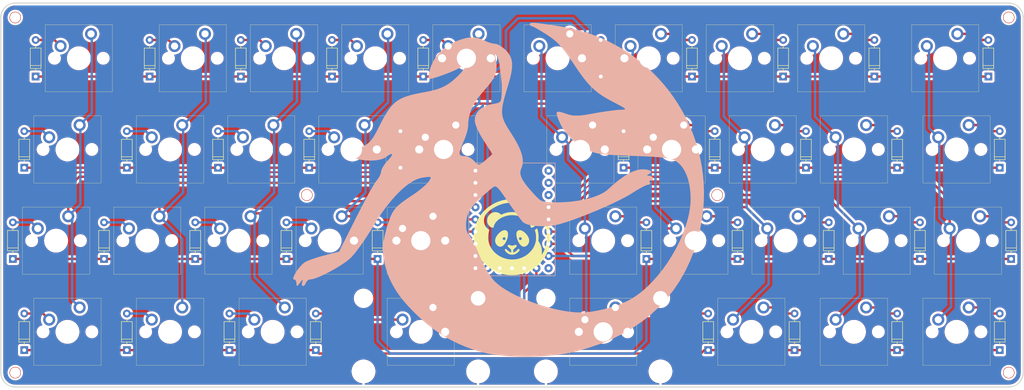
<source format=kicad_pcb>
(kicad_pcb (version 20211014) (generator pcbnew)
  (layers (0 "F.Cu" signal) (31 "B.Cu" signal) (34 "B.Paste" user) (35 "F.Paste" user) (36 "B.SilkS" user "B.Silkscreen") (37 "F.SilkS" user "F.Silkscreen") (38 "B.Mask" user) (39 "F.Mask" user) (44 "Edge.Cuts" user))
  (net 0 "")
  (net 1 "l3")
  (net 2 "Net-(D1-Pad2)")
  (net 3 "Net-(D2-Pad2)")
  (net 4 "Net-(D3-Pad2)")
  (net 5 "Net-(D5-Pad2)")
  (net 6 "Net-(D6-Pad2)")
  (net 7 "Net-(D7-Pad2)")
  (net 8 "Net-(D9-Pad2)")
  (net 9 "Net-(D10-Pad2)")
  (net 10 "l2")
  (net 11 "Net-(D15-Pad2)")
  (net 12 "Net-(D16-Pad2)")
  (net 13 "Net-(D17-Pad2)")
  (net 14 "Net-(D18-Pad2)")
  (net 15 "Net-(D19-Pad2)")
  (net 16 "Net-(D20-Pad2)")
  (net 17 "l0")
  (net 18 "l1")
  (net 19 "Net-(D22-Pad2)")
  (net 20 "Net-(D23-Pad2)")
  (net 21 "Net-(D24-Pad2)")
  (net 22 "Net-(D27-Pad2)")
  (net 23 "Net-(D28-Pad2)")
  (net 24 "Net-(D29-Pad2)")
  (net 25 "Net-(D30-Pad2)")
  (net 26 "Net-(D31-Pad2)")
  (net 27 "Net-(D32-Pad2)")
  (net 28 "Net-(D34-Pad2)")
  (net 29 "Net-(D35-Pad2)")
  (net 30 "Net-(D4-Pad2)")
  (net 31 "c0")
  (net 32 "c1")
  (net 33 "c2")
  (net 34 "c3")
  (net 35 "c4")
  (net 36 "c5")
  (net 37 "c6")
  (net 38 "c7")
  (net 39 "c8")
  (net 40 "c9")
  (net 44 "Net-(D11-Pad2)")
  (net 47 "Net-(D12-Pad2)")
  (net 48 "Net-(D13-Pad2)")
  (net 49 "Net-(D21-Pad2)")
  (net 50 "Net-(D14-Pad2)")
  (net 51 "Net-(D37-Pad2)")
  (net 52 "Net-(D38-Pad2)")
  (net 57 "Net-(D8-Pad2)")
  (net 58 "Net-(D25-Pad2)")
  (net 59 "Net-(D26-Pad2)")
  (net 60 "Net-(D33-Pad2)")
  (net 61 "Net-(D36-Pad2)")
  (footprint "keyb-libs:MX-5pin" (layer "F.Cu") (at 169 109.5)
    (fp_text reference "SW26" hide)
    (fp_text value "key" hide)
  )
  (footprint "keyb-libs:Diode" (layer "F.Cu") (at 178 113.31 90)
    (fp_text reference "D26" hide)
    (fp_text value "Diode" hide)
  )
  (footprint "keyb-libs:Diode" (layer "F.Cu") (at 93.5 75.31 90)
    (fp_text reference "D3" hide)
    (fp_text value "Diode" hide)
  )
  (footprint "keyb-libs:MX-5pin" (layer "F.Cu") (at 121.5 71.5)
    (fp_text reference "SW4" hide)
    (fp_text value "key" hide)
  )
  (footprint "keyb-libs:Diode" (layer "F.Cu") (at 230.25 132.31 90)
    (fp_text reference "D37" hide)
    (fp_text value "Diode" hide)
  )
  (footprint "keyb-libs:MX-5pin" (layer "F.Cu") (at 216.5 71.5)
    (fp_text reference "SW9" hide)
    (fp_text value "key" hide)
  )
  (footprint "keyb-libs:MX-5pin" (layer "F.Cu") (at 100.125 128.5)
    (fp_text reference "SW33" hide)
    (fp_text value "key" hide)
  )
  (footprint "keyb-libs:Diode" (layer "F.Cu") (at 126.75 94.31 90)
    (fp_text reference "D15" hide)
    (fp_text value "Diode" hide)
  )
  (footprint "keyb-libs:Diode" (layer "F.Cu") (at 251.625 94.31 90)
    (fp_text reference "D20" hide)
    (fp_text value "Diode" hide)
  )
  (footprint "keyb-libs:MX-5pin" (layer "F.Cu") (at 74 109.5)
    (fp_text reference "SW22" hide)
    (fp_text value "key" hide)
  )
  (footprint "keyb-libs:MX-5pin" (layer "F.Cu") (at 102.5 71.5)
    (fp_text reference "SW3" hide)
    (fp_text value "key" hide)
  )
  (footprint "keyb-libs:Diode" (layer "F.Cu") (at 197 113.31 90)
    (fp_text reference "D27" hide)
    (fp_text value "Diode" hide)
  )
  (footprint "keyb-libs:Diode" (layer "F.Cu") (at 225.5 75.31 90)
    (fp_text reference "D9" hide)
    (fp_text value "Diode" hide)
  )
  (footprint "MountingHole:MountingHole_2.2mm_M2" (layer "F.Cu") (at 192.75 100 180)
    (fp_text reference "H3" hide)
    (fp_text value "MountingHole" hide)
  )
  (footprint "keyb-libs:Diode" (layer "F.Cu") (at 91.125 132.31 90)
    (fp_text reference "D33" hide)
    (fp_text value "Diode" hide)
  )
  (footprint "keyb-libs:MX-5pin" (layer "F.Cu") (at 135.75 90.5)
    (fp_text reference "SW15" hide)
    (fp_text value "key" hide)
  )
  (footprint "keyb-libs:MX-5pin" (layer "F.Cu") (at 78.75 128.5)
    (fp_text reference "SW32" hide)
    (fp_text value "key" hide)
  )
  (footprint "keyb-libs:Diode" (layer "F.Cu") (at 173.25 94.31 90)
    (fp_text reference "D16" hide)
    (fp_text value "Diode" hide)
  )
  (footprint "keyb-libs:Diode" (layer "F.Cu") (at 50.75 75.31 90)
    (fp_text reference "D1" hide)
    (fp_text value "Diode" hide)
  )
  (footprint "keyb-libs:Diode" (layer "F.Cu") (at 74.5 75.31 90)
    (fp_text reference "D2" hide)
    (fp_text value "Diode" hide)
  )
  (footprint "keyb-libs:Diode" (layer "F.Cu") (at 107.75 94.31 90)
    (fp_text reference "D14" hide)
    (fp_text value "Diode" hide)
  )
  (footprint "keyb-libs:Diode" (layer "F.Cu") (at 84 113.31 90)
    (fp_text reference "D23" hide)
    (fp_text value "Diode" hide)
  )
  (footprint "keyb-libs:MX-5pin" (layer "F.Cu") (at 116.75 90.5)
    (fp_text reference "SW14" hide)
    (fp_text value "key" hide)
  )
  (footprint "keyb-libs:MX-5pin" (layer "F.Cu") (at 202.25 90.5)
    (fp_text reference "SW18" hide)
    (fp_text value "key" hide)
  )
  (footprint "keyb-libs:MX-5pin" (layer "F.Cu") (at 178.5 71.5)
    (fp_text reference "SW7" hide)
    (fp_text value "key" hide)
  )
  (footprint "keyb-libs:MX-5pin_stab_copy" (layer "F.Cu") (at 169 128.5)
    (fp_text reference "SW35" hide)
    (fp_text value "key" hide)
  )
  (footprint "keyb-libs:Diode" (layer "F.Cu") (at 48.375 94.31 90)
    (fp_text reference "D11" hide)
    (fp_text value "Diode" hide)
  )
  (footprint "keyb-libs:Diode" (layer "F.Cu") (at 216 113.31 90)
    (fp_text reference "D28" hide)
    (fp_text value "Diode" hide)
  )
  (footprint "keyb-libs:MX-5pin" (layer "F.Cu") (at 57.375 128.5)
    (fp_text reference "SW31" hide)
    (fp_text value "key" hide)
  )
  (footprint "keyb-libs:MX-5pin" (layer "F.Cu") (at 242.625 90.5)
    (fp_text reference "SW20" hide)
    (fp_text value "key" hide)
  )
  (footprint "keyb-libs:MX-5pin" (layer "F.Cu") (at 188 109.5)
    (fp_text reference "SW27" hide)
    (fp_text value "key" hide)
  )
  (footprint "keyb-libs:MX-5pin" (layer "F.Cu") (at 221.25 90.5)
    (fp_text reference "SW19" hide)
    (fp_text value "key" hide)
  )
  (footprint "keyb-libs:MX-5pin" (layer "F.Cu") (at 221.25 128.5)
    (fp_text reference "SW37" hide)
    (fp_text value "key" hide)
  )
  (footprint "keyb-libs:MX-5pin_stab_copy" (layer "F.Cu") (at 131 128.5)
    (fp_text reference "SW34" hide)
    (fp_text value "key" hide)
  )
  (footprint "keyb-libs:MX-5pin" (layer "F.Cu") (at 59.75 71.5)
    (fp_text reference "SW1" hide)
    (fp_text value "key" hide)
  )
  (footprint "keyb-libs:Diode" (layer "F.Cu") (at 109.125 132.31 90)
    (fp_text reference "D34" hide)
    (fp_text value "Diode" hide)
  )
  (footprint "keyb-libs:Diode" (layer "F.Cu") (at 168.5 75.31 90)
    (fp_text reference "D6" hide)
    (fp_text value "Diode" hide)
  )
  (footprint "keyb-libs:MX-5pin" (layer "F.Cu") (at 207 109.5)
    (fp_text reference "SW28" hide)
    (fp_text value "key" hide)
  )
  (footprint "keyb-libs:Diode" (layer "F.Cu") (at 251.625 132.31 90)
    (fp_text reference "D38" hide)
    (fp_text value "Diode" hide)
  )
  (footprint "keyb-libs:MX-5pin" (layer "F.Cu") (at 240.25 71.5)
    (fp_text reference "SW10" hide)
    (fp_text value "key" hide)
  )
  (footprint "keyb-libs:MX-5pin" (layer "F.Cu") (at 140.5 71.5)
    (fp_text reference "SW5" hide)
    (fp_text value "key" hide)
  )
  (footprint "keyb-libs:MX-5pin" (layer "F.Cu") (at 78.75 90.5)
    (fp_text reference "SW12" hide)
    (fp_text value "key" hide)
  )
  (footprint "keyb-libs:Diode" (layer "F.Cu") (at 211.25 94.31 90)
    (fp_text reference "D18" hide)
    (fp_text value "Diode" hide)
  )
  (footprint "keyb-libs:MX-5pin" (layer "F.Cu") (at 131 109.5)
    (fp_text reference "SW25" hide)
    (fp_text value "key" hide)
  )
  (footprint "keyb-libs:Diode" (layer "F.Cu") (at 192.25 94.31 90)
    (fp_text reference "D17" hide)
    (fp_text value "Diode" hide)
  )
  (footprint "keyb-libs:MX-5pin" (layer "F.Cu") (at 242.625 128.5)
    (fp_text reference "SW38" hide)
    (fp_text value "key" hide)
  )
  (footprint "keyb-libs:Diode" (layer "F.Cu") (at 48.375 132.31 90)
    (fp_text reference "D31" hide)
    (fp_text value "Diode" hide)
  )
  (footprint "keyb-libs:Diode" (layer "F.Cu") (at 122 113.31 90)
    (fp_text reference "D25" hide)
    (fp_text value "Diode" hide)
  )
  (footprint "keyb-libs:MX-5pin" (layer "F.Cu") (at 112 109.5)
    (fp_text reference "SW24" hide)
    (fp_text value "key" hide)
  )
  (footprint "keyb-libs:MX-5pin" (layer "F.Cu") (at 183.25 90.5)
    (fp_text reference "SW17" hide)
    (fp_text value "key" hide)
  )
  (footprint "keyb-libs:Diode" (layer "F.Cu") (at 249.25 75.31 90)
    (fp_text reference "D10" hide)
    (fp_text value "Diode" hide)
  )
  (footprint "keyb-libs:Diode" (layer "F.Cu") (at 208.875 132.31 90)
    (fp_text reference "D36" hide)
    (fp_text value "Diode" hide)
  )
  (footprint "keyb-libs:Diode" (layer "F.Cu") (at 103 113.31 90)
    (fp_text reference "D24" hide)
    (fp_text value "Diode" hide)
  )
  (footprint "keyb-libs:Diode" (layer "F.Cu") (at 46 113.31 90)
    (fp_text reference "D21" hide)
    (fp_text value "Diode" hide)
  )
  (footprint "keyb-libs:MX-5pin" (layer "F.Cu") (at 197.5 71.5)
    (fp_text reference "SW8" hide)
    (fp_text value "key" hide)
  )
  (footprint "keyb-libs:Diode" (layer "F.Cu") (at 230.25 94.31 90)
    (fp_text reference "D19" hide)
    (fp_text value "Diode" hide)
  )
  (footprint "keyb-libs:MX-5pin" (layer "F.Cu") (at 83.5 71.5)
    (fp_text reference "SW2" hide)
    (fp_text value "key" hide)
  )
  (footprint "MountingHole:MountingHole_2.2mm_M2" (layer "F.Cu") (at 46.5 137 180)
    (fp_text reference "H5" hide)
    (fp_text value "MountingHole" hide)
  )
  (footprint "keyb-libs:MX-5pin" (layer "F.Cu") (at 164.25 90.5)
    (fp_text reference "SW16" hide)
    (fp_text value "key" hide)
  )
  (footprint "keyb-libs:MX-5pin" (layer "F.Cu") (at 97.75 90.5)
    (fp_text reference "SW13" hide)
    (fp_text value "key" hide)
  )
  (footprint "keyb-libs:MX-5pin" (layer "F.Cu") (at 226 109.5)
    (fp_text reference "SW29" hide)
    (fp_text value "key" hide)
  )
  (footprint "keyb-libs:Diode" (layer "F.Cu") (at 254 113.31 90)
    (fp_text reference "D30" hide)
    (fp_text value "Diode" hide)
  )
  (footprint "keyb-libs:Diode" (layer "F.Cu") (at 88.75 94.31 90)
    (fp_text reference "D13" hide)
    (fp_text value "Diode" hide)
  )
  (footprint "keyb-libs:Diode" (layer "F.Cu") (at 69.75 132.31 90)
    (fp_text reference "D32" hide)
    (fp_text value "Diode" hide)
  )
  (footprint "keyb-libs:Diode" (layer "F.Cu") (at 69.75 94.31 90)
    (fp_text reference "D12" hide)
    (fp_text value "Diode" hide)
  )
  (footprint "keyb-libs:Diode" (layer "F.Cu") (at 235 113.31 90)
    (fp_text reference "D29" hide)
    (fp_text value "Diode" hide)
  )
  (footprint "keyb-libs:MX-5pin" (layer "F.Cu") (at 159.5 71.5)
    (fp_text reference "SW6" hide)
    (fp_text value "key" hide)
  )
  (footprint "keyb-libs:Diode" (layer "F.Cu") (at 206.5 75.31 90)
    (fp_text reference "D8" hide)
    (fp_text value "Diode" hide)
  )
  (footprint "keyb-libs:MX-5pin" (layer "F.Cu") (at 245 109.5)
    (fp_text reference "SW30" hide)
    (fp_text value "key" hide)
  )
  (footprint "keyb-libs:Diode" (layer "F.Cu") (at 190.875 132.31 90)
    (fp_text reference "D35" hide)
    (fp_text value "Diode" hide)
  )
  (footprint "MountingHole:MountingHole_2.2mm_M2" (layer "F.Cu") (at 107.25 100 180)
    (fp_text reference "H2" hide)
    (fp_text value "MountingHole" hide)
  )
  (footprint "keyb-libs:Diode" (layer "F.Cu") (at 65 113.31 90)
    (fp_text reference "D22" hide)
    (fp_text value "Diode" hide)
  )
  (footprint "keyb-libs:MX-5pin" (layer "F.Cu") (at 55 109.5)
    (fp_text reference "SW21" hide)
    (fp_text value "key" hide)
  )
  (footprint "keyb-libs:MX-5pin" (layer "F.Cu") (at 93 109.5)
    (fp_text reference "SW23" hide)
    (fp_text value "key" hide)
  )
  (footprint "keyb-libs:MX-5pin" (layer "F.Cu") (at 57.375 90.5)
    (fp_text reference "SW11" hide)
    (fp_text value "key" hide)
  )
  (footprint "MountingHole:MountingHole_2.2mm_M2" (layer "F.Cu") (at 46.5 63 180)
    (fp_text reference "H6" hide)
    (fp_text value "MountingHole" hide)
  )
  (footprint "MountingHole:MountingHole_2.2mm_M2" (layer "F.Cu") (at 253.5 137 180)
    (fp_text reference "H4" hide)
    (fp_text value "MountingHole" hide)
  )
  (footprint "keyb-libs:Diode" (layer "F.Cu") (at 112.5 75.31 90)
    (fp_text reference "D4" hide)
    (fp_text value "Diode" hide)
  )
  (footprint "MountingHole:MountingHole_2.2mm_M2" (layer "F.Cu") (at 253.5 63 180)
    (fp_text reference "H1" hide)
    (fp_text value "MountingHole" hide)
  )
  (footprint "keyb-libs:MX-5pin" (layer "F.Cu") (at 199.875 128.5)
    (fp_text reference "SW36" hide)
    (fp_text value "key" hide)
  )
  (footprint "keyb-libs:Diode" (layer "F.Cu") (at 187.5 75.31 90)
    (fp_text reference "D7" hide)
    (fp_text value "Diode" hide)
  )
  (footprint "keyb-libs:Diode" (layer "F.Cu") (at 131.5 75.31 90)
    (fp_text reference "D5" hide)
    (fp_text value "Diode" hide)
  )
  (footprint "keyb-libs:RP2040" (layer "B.Cu") (at 150 105.08 180)
    (fp_text reference "U1" hide)
    (fp_text value "RP2040" hide)
  )
  (gr_circle (center 46.5 63) (end 47.6 63) (layer "F.Cu") (width 0.2) (fill none))
  (gr_circle (center 253.5 137) (end 254.6 137) (layer "F.Cu") (width 0.2) (fill none))
  (gr_circle (center 192.75 100) (end 193.85 100) (layer "F.Cu") (width 0.2) (fill none))
  (gr_circle (center 46.5 137) (end 47.6 137) (layer "F.Cu") (width 0.2) (fill none))
  (gr_circle (center 107.25 100) (end 108.35 100) (layer "F.Cu") (width 0.2) (fill none))
  (gr_circle (center 253.5 63) (end 254.6 63) (layer "F.Cu") (width 0.2) (fill none))
  (gr_poly (pts (xy 154.441882 64.117687) (xy 154.577624 64.12159) (xy 154.727895 64.129131) (xy 154.893313 64.140357) (xy 155.074494 64.155315) (xy 155.272056 64.17405) (xy 155.718794 64.223043) (xy 156.238465 64.287708) (xy 156.836008 64.368419) (xy 157.516362 64.465548) (xy 158.284465 64.57947) (xy 159.145258 64.710556) (xy 160.103679 64.859181) (xy 161.949217 65.19692) (xy 163.754375 65.625841) (xy 165.517166 66.143093) (xy 167.235606 66.745826) (xy 168.907708 67.431189) (xy 170.531488 68.196331) (xy 172.104959 69.038402) (xy 173.626136 69.954549) (xy 175.093033 70.941924) (xy 176.503665 71.997675) (xy 177.856045 73.118951) (xy 179.14819 74.302901) (xy 180.378112 75.546676) (xy 181.543826 76.847423) (xy 182.643347 78.202292) (xy 183.67469 79.608433) (xy 184.635867 81.062995) (xy 185.524895 82.563126) (xy 186.339787 84.105977) (xy 187.078557 85.688696) (xy 187.739221 87.308432) (xy 188.319792 88.962335) (xy 188.818284 90.647555) (xy 189.232714 92.36124) (xy 189.561093 94.100539) (xy 189.801438 95.862602) (xy 189.951763 97.644578) (xy 190.010081 99.443617) (xy 189.974407 101.256866) (xy 189.842756 103.081477) (xy 189.613143 104.914597) (xy 189.28358 106.753377) (xy 188.695493 109.202647) (xy 187.965645 111.545316) (xy 187.095115 113.780303) (xy 186.084983 115.906533) (xy 184.936326 117.922925) (xy 183.650225 119.828403) (xy 182.227758 121.621888) (xy 180.670005 123.302301) (xy 178.978045 124.868566) (xy 177.152956 126.319602) (xy 175.195818 127.654333) (xy 173.10771 128.87168) (xy 170.889711 129.970565) (xy 168.5429 130.94991) (xy 166.068356 131.808637) (xy 163.467159 132.545667) (xy 162.370058 132.7988) (xy 161.205956 133.02031) (xy 159.985412 133.210091) (xy 158.718988 133.368037) (xy 157.417246 133.494043) (xy 156.090745 133.588004) (xy 154.750047 133.649814) (xy 153.405712 133.679368) (xy 152.068303 133.676561) (xy 150.74838 133.641287) (xy 149.456503 133.573441) (xy 148.203234 133.472917) (xy 146.999134 133.339611) (xy 145.854763 133.173416) (xy 144.780684 132.974228) (xy 143.787456 132.741941) (xy 143.787454 132.741943) (xy 143.787453 132.741946) (xy 143.787451 132.741949) (xy 143.787449 132.741952) (xy 143.787447 132.741954) (xy 143.787445 132.741957) (xy 143.787443 132.741959) (xy 143.787441 132.741962) (xy 143.787439 132.741964) (xy 143.787436 132.741965) (xy 143.787434 132.741967) (xy 143.787432 132.741968) (xy 143.78743 132.74197) (xy 143.787429 132.74197) (xy 143.787428 132.741971) (xy 143.787427 132.741971) (xy 143.787426 132.741971) (xy 143.787425 132.741971) (xy 142.695777 132.435219) (xy 141.626476 132.092961) (xy 140.578512 131.714569) (xy 139.550877 131.299419) (xy 138.542562 130.846885) (xy 137.552558 130.356341) (xy 136.579857 129.827162) (xy 135.62345 129.258722) (xy 134.682327 128.650396) (xy 133.75548 128.001557) (xy 132.841901 127.311581) (xy 131.94058 126.579842) (xy 131.050508 125.805713) (xy 130.170678 124.98857) (xy 129.300079 124.127787) (xy 128.437703 123.222737) (xy 127.926945 122.65753) (xy 127.446068 122.097107) (xy 126.994222 121.539898) (xy 126.570557 120.984332) (xy 126.174222 120.428837) (xy 125.804365 119.871842) (xy 125.460137 119.311776) (xy 125.140685 118.747068) (xy 124.845161 118.176148) (xy 124.572712 117.597443) (xy 124.322488 117.009384) (xy 124.093639 116.410397) (xy 123.885312 115.798914) (xy 123.696659 115.173362) (xy 123.526827 114.532171) (xy 123.374967 113.873769) (xy 123.284124 113.417385) (xy 123.210504 112.972158) (xy 123.154481 112.534469) (xy 123.116426 112.100699) (xy 123.096712 111.667232) (xy 123.09571 111.230447) (xy 123.113794 110.786727) (xy 123.151335 110.332454) (xy 123.208705 109.864008) (xy 123.286278 109.377773) (xy 123.384424 108.870129) (xy 123.503517 108.337458) (xy 123.643929 107.776141) (xy 123.806031 107.182561) (xy 123.990197 106.553099) (xy 124.196798 105.884137) (xy 124.361611 105.377715) (xy 124.523951 104.916076) (xy 124.688561 104.493692) (xy 124.860181 104.105033) (xy 125.043553 103.744571) (xy 125.24342 103.406776) (xy 125.464521 103.086121) (xy 125.711601 102.777076) (xy 125.989399 102.474112) (xy 126.302658 102.171701) (xy 126.656119 101.864313) (xy 127.054524 101.546419) (xy 127.502615 101.212492) (xy 128.005133 100.857002) (xy 128.56682 100.474419) (xy 129.192418 100.059217) (xy 129.642822 99.755959) (xy 130.075422 99.450663) (xy 130.487933 99.145629) (xy 130.878067 98.843153) (xy 131.243539 98.545535) (xy 131.582063 98.255072) (xy 131.891353 97.974063) (xy 132.169121 97.704806) (xy 132.413083 97.4496) (xy 132.620951 97.210742) (xy 132.79044 96.990531) (xy 132.919263 96.791265) (xy 133.005134 96.615242) (xy 133.031249 96.536665) (xy 133.045768 96.464761) (xy 133.048406 96.399816) (xy 133.038877 96.342119) (xy 133.016895 96.291956) (xy 132.982175 96.249616) (xy 132.972493 96.243002) (xy 132.958645 96.237238) (xy 132.918918 96.228218) (xy 132.863917 96.222475) (xy 132.794568 96.219927) (xy 132.711793 96.220492) (xy 132.616516 96.224091) (xy 132.509663 96.230642) (xy 132.392156 96.240063) (xy 132.26492 96.252273) (xy 132.128879 96.267192) (xy 131.834076 96.30483) (xy 131.51514 96.352326) (xy 131.179464 96.409032) (xy 130.914233 96.465856) (xy 130.642596 96.542544) (xy 130.364873 96.638776) (xy 130.081384 96.754232) (xy 129.792447 96.888594) (xy 129.498382 97.04154) (xy 128.896147 97.401912) (xy 128.277234 97.832789) (xy 127.644197 98.331616) (xy 126.999593 98.895836) (xy 126.345978 99.522892) (xy 125.685906 100.210227) (xy 125.021933 100.955284) (xy 124.356614 101.755507) (xy 123.692506 102.608339) (xy 123.032163 103.511223) (xy 122.378141 104.461602) (xy 121.732996 105.456919) (xy 121.099283 106.494618) (xy 120.478236 107.514046) (xy 119.825477 108.534122) (xy 119.160541 109.527585) (xy 118.50296 110.467171) (xy 117.872267 111.325618) (xy 117.287996 112.075663) (xy 116.76968 112.690045) (xy 116.541359 112.937842) (xy 116.336851 113.1415) (xy 115.966261 113.465827) (xy 115.525282 113.810602) (xy 115.02465 114.170117) (xy 114.475105 114.538662) (xy 113.887383 114.910529) (xy 113.272222 115.28001) (xy 112.64036 115.641395) (xy 112.002535 115.988977) (xy 111.369483 116.317045) (xy 110.751942 116.619893) (xy 110.160651 116.891811) (xy 109.606346 117.12709) (xy 109.099766 117.320023) (xy 108.651647 117.4649) (xy 108.272728 117.556012) (xy 107.973746 117.587651) (xy 107.940628 117.588552) (xy 107.907245 117.591223) (xy 107.873657 117.595621) (xy 107.83992 117.601702) (xy 107.806093 117.609422) (xy 107.772233 117.618736) (xy 107.704649 117.641973) (xy 107.637629 117.671058) (xy 107.571639 117.705639) (xy 107.50714 117.745363) (xy 107.444596 117.789878) (xy 107.38447 117.83883) (xy 107.327226 117.891866) (xy 107.273326 117.948634) (xy 107.223235 118.00878) (xy 107.177414 118.071951) (xy 107.136328 118.137795) (xy 107.10044 118.205959) (xy 107.08459 118.240801) (xy 107.070212 118.27609) (xy 107.034233 118.363985) (xy 106.996354 118.445588) (xy 106.95684 118.520936) (xy 106.915958 118.59007) (xy 106.873971 118.653028) (xy 106.831145 118.70985) (xy 106.787746 118.760574) (xy 106.744038 118.80524) (xy 106.700286 118.843887) (xy 106.656757 118.876554) (xy 106.613714 118.90328) (xy 106.571424 118.924104) (xy 106.530151 118.939065) (xy 106.49016 118.948203) (xy 106.451717 118.951556) (xy 106.415087 118.949163) (xy 106.380535 118.941065) (xy 106.348327 118.927299) (xy 106.318726 118.907905) (xy 106.291999 118.882923) (xy 106.268411 118.85239) (xy 106.248227 118.816347) (xy 106.231712 118.774832) (xy 106.219131 118.727884) (xy 106.21075 118.675543) (xy 106.206833 118.617848) (xy 106.207646 118.554838) (xy 106.213453 118.486551) (xy 106.224522 118.413028) (xy 106.241115 118.334307) (xy 106.263499 118.250427) (xy 106.291938 118.161428) (xy 106.3304 118.047022) (xy 106.361278 117.948485) (xy 106.384279 117.865888) (xy 106.399111 117.799306) (xy 106.403371 117.772043) (xy 106.40548 117.74881) (xy 106.405399 117.729619) (xy 106.403092 117.714476) (xy 106.398524 117.703392) (xy 106.391656 117.696375) (xy 106.382453 117.693436) (xy 106.370878 117.694582) (xy 106.356894 117.699823) (xy 106.340465 117.709169) (xy 106.321554 117.722628) (xy 106.300124 117.74021) (xy 106.249561 117.787778) (xy 106.188484 117.851947) (xy 106.1166 117.932789) (xy 106.033615 118.030378) (xy 105.939236 118.144787) (xy 105.833171 118.27609) (xy 105.716356 118.420716) (xy 105.612382 118.546477) (xy 105.520496 118.653488) (xy 105.439944 118.741864) (xy 105.369972 118.81172) (xy 105.338718 118.839739) (xy 105.309826 118.863171) (xy 105.283203 118.88203) (xy 105.258753 118.896332) (xy 105.236383 118.90609) (xy 105.215999 118.911319) (xy 105.197506 118.912033) (xy 105.180809 118.908246) (xy 105.165816 118.899974) (xy 105.152431 118.88723) (xy 105.140561 118.870029) (xy 105.13011 118.848384) (xy 105.120985 118.822312) (xy 105.113092 118.791825) (xy 105.106337 118.756939) (xy 105.100624 118.717667) (xy 105.091952 118.626025) (xy 105.086322 118.517015) (xy 105.08298 118.390752) (xy 105.078867 118.308934) (xy 105.069958 118.229409) (xy 105.056507 118.152591) (xy 105.038766 118.07889) (xy 105.01699 118.008719) (xy 104.99143 117.942489) (xy 104.962341 117.880612) (xy 104.929975 117.8235) (xy 104.894586 117.771564) (xy 104.856426 117.725218) (xy 104.815749 117.684872) (xy 104.794546 117.667077) (xy 104.772808 117.650938) (xy 104.750568 117.636504) (xy 104.727856 117.623827) (xy 104.704705 117.61296) (xy 104.681146 117.603953) (xy 104.657211 117.596858) (xy 104.632931 117.591727) (xy 104.608339 117.58861) (xy 104.583465 117.58756) (xy 104.524145 117.579662) (xy 104.478416 117.556539) (xy 104.445746 117.519052) (xy 104.425601 117.468057) (xy 104.417451 117.404413) (xy 104.42076 117.32898) (xy 104.434998 117.242614) (xy 104.45963 117.146176) (xy 104.494124 117.040523) (xy 104.537948 116.926513) (xy 104.651452 116.67686) (xy 104.79588 116.404084) (xy 104.96697 116.115052) (xy 105.160459 115.816633) (xy 105.372086 115.515695) (xy 105.597587 115.219105) (xy 105.832701 114.933731) (xy 106.073166 114.666441) (xy 106.314719 114.424102) (xy 106.434572 114.314436) (xy 106.553099 114.213584) (xy 106.669766 114.122403) (xy 106.784041 114.041753) (xy 106.904643 113.968118) (xy 107.053183 113.888644) (xy 107.227559 113.804079) (xy 107.425665 113.715171) (xy 107.884655 113.52732) (xy 108.41332 113.33108) (xy 108.994826 113.132438) (xy 109.612341 112.93738) (xy 110.249031 112.751894) (xy 110.888064 112.581967) (xy 113.964888 111.805478) (xy 117.434405 104.876279) (xy 118.850961 102.109095) (xy 120.143159 99.696981) (xy 120.698027 98.705094) (xy 121.168289 97.899197) (xy 121.536106 97.311697) (xy 121.783639 96.975003) (xy 121.873601 96.871245) (xy 121.961724 96.761113) (xy 122.047523 96.645572) (xy 122.130514 96.525589) (xy 122.210209 96.40213) (xy 122.286125 96.276159) (xy 122.357774 96.148644) (xy 122.424673 96.020551) (xy 122.486335 95.892844) (xy 122.542274 95.766491) (xy 122.592006 95.642457) (xy 122.635045 95.521708) (xy 122.670905 95.40521) (xy 122.699101 95.293928) (xy 122.719147 95.18883) (xy 122.730558 95.09088) (xy 122.744241 94.990832) (xy 122.770961 94.879582) (xy 122.810008 94.758302) (xy 122.860672 94.628166) (xy 122.922241 94.490347) (xy 122.994005 94.346018) (xy 123.075254 94.196351) (xy 123.165278 94.042521) (xy 123.263366 93.885701) (xy 123.368808 93.727062) (xy 123.480893 93.567779) (xy 123.598911 93.409024) (xy 123.722151 93.25197) (xy 123.849903 93.097791) (xy 123.981457 92.94766) (xy 124.116102 92.802749) (xy 124.3545 92.54616) (xy 124.555091 92.314418) (xy 124.718392 92.108329) (xy 124.844921 91.928696) (xy 124.894557 91.849053) (xy 124.935195 91.776326) (xy 124.966898 91.710616) (xy 124.989732 91.652022) (xy 125.00376 91.600647) (xy 125.009049 91.55659) (xy 125.005661 91.519952) (xy 124.993663 91.490834) (xy 124.973119 91.469336) (xy 124.944093 91.45556) (xy 124.90665 91.449604) (xy 124.860855 91.451571) (xy 124.806772 91.46156) (xy 124.744467 91.479673) (xy 124.674004 91.50601) (xy 124.595447 91.540671) (xy 124.508861 91.583757) (xy 124.414311 91.635369) (xy 124.201578 91.764572) (xy 123.957765 91.929086) (xy 123.683389 92.129714) (xy 123.54844 92.221903) (xy 123.397044 92.307312) (xy 123.23023 92.385974) (xy 123.049027 92.457923) (xy 122.647574 92.581821) (xy 122.20092 92.679277) (xy 121.7173 92.750566) (xy 121.204949 92.795958) (xy 120.672101 92.815728) (xy 120.126993 92.810147) (xy 119.57786 92.779489) (xy 119.032936 92.724027) (xy 118.500457 92.644032) (xy 117.988657 92.539779) (xy 117.505773 92.411539) (xy 117.060038 92.259585) (xy 116.659689 92.08419) (xy 116.479107 91.987787) (xy 116.31296 91.885627) (xy 116.116871 91.754352) (xy 115.944243 91.63556) (xy 115.794777 91.528691) (xy 115.668175 91.433188) (xy 115.564139 91.348495) (xy 115.482371 91.274052) (xy 115.449744 91.2405) (xy 115.422573 91.209302) (xy 115.413839 91.197693) (xy 139.101328 91.197693) (xy 139.101766 91.288096) (xy 139.109486 91.37087) (xy 139.124502 91.446293) (xy 139.146826 91.514643) (xy 139.176471 91.576198) (xy 139.213451 91.631233) (xy 139.257779 91.680028) (xy 139.309467 91.722858) (xy 139.368529 91.760003) (xy 139.434978 91.791738) (xy 139.508827 91.818342) (xy 139.678777 91.857266) (xy 139.878483 91.878992) (xy 140.108051 91.885741) (xy 140.221999 91.890504) (xy 140.341208 91.904477) (xy 140.4647 91.92719) (xy 140.591498 91.958173) (xy 140.720623 91.996955) (xy 140.851099 92.043065) (xy 140.981947 92.096033) (xy 141.112191 92.155387) (xy 141.240851 92.220658) (xy 141.366951 92.291374) (xy 141.489513 92.367065) (xy 141.607559 92.447261) (xy 141.720112 92.53149) (xy 141.826193 92.619282) (xy 141.924826 92.710166) (xy 142.015033 92.803672) (xy 142.198005 93.004274) (xy 142.361811 93.177686) (xy 142.437651 93.254099) (xy 142.510047 93.323601) (xy 142.579451 93.386152) (xy 142.646311 93.441714) (xy 142.711076 93.490249) (xy 142.774198 93.53172) (xy 142.836124 93.566087) (xy 142.897306 93.593313) (xy 142.958191 93.61336) (xy 143.01923 93.626188) (xy 143.080873 93.631761) (xy 143.143569 93.63004) (xy 143.207768 93.620987) (xy 143.273919 93.604563) (xy 143.342472 93.580731) (xy 143.413876 93.549452) (xy 143.488581 93.510688) (xy 143.567037 93.464401) (xy 143.649693 93.410552) (xy 143.736998 93.349104) (xy 143.829404 93.280019) (xy 143.927358 93.203258) (xy 144.141711 93.026555) (xy 144.383655 92.818691) (xy 144.656787 92.57936) (xy 144.65665 92.579375) (xy 145.921512 91.466155) (xy 144.082942 88.621551) (xy 143.889584 88.315897) (xy 143.703041 88.008186) (xy 143.353526 87.393638) (xy 143.040645 86.792009) (xy 142.770645 86.2174) (xy 142.653676 85.944634) (xy 142.54977 85.68391) (xy 142.459708 85.436993) (xy 142.384269 85.205643) (xy 142.324236 84.991623) (xy 142.280388 84.796697) (xy 142.253507 84.622627) (xy 142.244373 84.471175) (xy 142.248499 84.309078) (xy 142.260806 84.149548) (xy 142.281188 83.992686) (xy 142.309541 83.838589) (xy 142.345757 83.687357) (xy 142.389731 83.539089) (xy 142.441358 83.393882) (xy 142.500531 83.251837) (xy 142.567146 83.113051) (xy 142.641095 82.977624) (xy 142.722273 82.845654) (xy 142.810575 82.71724) (xy 142.905894 82.592481) (xy 143.008126 82.471476) (xy 143.117163 82.354324) (xy 143.232901 82.241122) (xy 143.355233 82.131971) (xy 143.484054 82.026969) (xy 143.619259 81.926215) (xy 143.76074 81.829807) (xy 143.908393 81.737844) (xy 144.062111 81.650426) (xy 144.221789 81.56765) (xy 144.387321 81.489617) (xy 144.558602 81.416423) (xy 144.735525 81.348169) (xy 144.917985 81.284954) (xy 145.105876 81.226875) (xy 145.299092 81.174032) (xy 145.497527 81.126523) (xy 145.701076 81.084447) (xy 145.909633 81.047904) (xy 146.216544 80.997381) (xy 146.487683 80.948357) (xy 146.725382 80.898459) (xy 146.931974 80.845316) (xy 147.024334 80.816786) (xy 147.109792 80.786555) (xy 147.188639 80.754326) (xy 147.261168 80.719803) (xy 147.327669 80.682689) (xy 147.388434 80.642687) (xy 147.443754 80.599502) (xy 147.493923 80.552837) (xy 147.53923 80.502394) (xy 147.579967 80.447878) (xy 147.616426 80.388992) (xy 147.648899 80.325439) (xy 147.677677 80.256923) (xy 147.703052 80.183147) (xy 147.725315 80.103814) (xy 147.744758 80.018629) (xy 147.776348 79.829514) (xy 147.800157 79.613429) (xy 147.818517 79.368001) (xy 147.833759 79.090859) (xy 147.848132 78.738169) (xy 147.857486 78.372924) (xy 147.861909 78.005708) (xy 147.861489 77.647105) (xy 147.856312 77.307697) (xy 147.846467 76.998068) (xy 147.832041 76.728801) (xy 147.813121 76.510479) (xy 147.681433 75.280897) (xy 147.508792 73.613659) (xy 147.458545 73.200323) (xy 147.392915 72.784144) (xy 147.314681 72.376416) (xy 147.226617 71.988436) (xy 147.131502 71.631497) (xy 147.032112 71.316895) (xy 146.981682 71.179) (xy 146.931224 71.055925) (xy 146.881086 70.949082) (xy 146.831615 70.859883) (xy 146.768376 70.76052) (xy 146.739461 70.718127) (xy 146.712338 70.68065) (xy 146.686998 70.648133) (xy 146.663433 70.620619) (xy 146.641633 70.598152) (xy 146.621592 70.580774) (xy 146.603299 70.568529) (xy 146.586747 70.56146) (xy 146.579121 70.55988) (xy 146.571926 70.559611) (xy 146.565163 70.560657) (xy 146.55883 70.563024) (xy 146.552925 70.566718) (xy 146.547448 70.571743) (xy 146.537772 70.585812) (xy 146.529795 70.605273) (xy 146.523506 70.630169) (xy 146.518899 70.660545) (xy 146.515964 70.696443) (xy 146.514692 70.737907) (xy 146.515076 70.78498) (xy 146.517106 70.837704) (xy 146.520775 70.896124) (xy 146.532992 71.030224) (xy 146.551659 71.187624) (xy 146.576708 71.368671) (xy 146.608071 71.57371) (xy 146.645679 71.80309) (xy 146.715128 72.265124) (xy 146.761733 72.700349) (xy 146.783857 73.112958) (xy 146.779864 73.50714) (xy 146.748116 73.887087) (xy 146.721322 74.073033) (xy 146.686976 74.256991) (xy 146.644873 74.439486) (xy 146.594809 74.621042) (xy 146.536579 74.802183) (xy 146.469978 74.983432) (xy 146.394801 75.165314) (xy 146.310845 75.348352) (xy 146.115775 75.719993) (xy 145.883129 76.102546) (xy 145.611273 76.500202) (xy 145.298569 76.917153) (xy 144.94338 77.357589) (xy 144.54407 77.825702) (xy 144.099002 78.325684) (xy 143.701164 78.778605) (xy 143.330429 79.228976) (xy 142.986592 79.677257) (xy 142.669444 80.123912) (xy 142.378779 80.569401) (xy 142.114391 81.014187) (xy 141.876071 81.45873) (xy 141.663613 81.903492) (xy 141.47681 82.348936) (xy 141.315454 82.795522) (xy 141.17934 83.243712) (xy 141.068259 83.693969) (xy 140.982006 84.146752) (xy 140.920372 84.602526) (xy 140.883151 85.06175) (xy 140.870136 85.524886) (xy 140.865166 85.658731) (xy 140.851093 85.80919) (xy 140.828385 85.974615) (xy 140.797508 86.153359) (xy 140.758929 86.343775) (xy 140.713115 86.544216) (xy 140.660533 86.753034) (xy 140.601649 86.968583) (xy 140.466843 87.413285) (xy 140.312433 87.865144) (xy 140.229043 88.089639) (xy 140.142152 88.310982) (xy 140.052227 88.527527) (xy 139.959735 88.737624) (xy 139.752368 89.202067) (xy 139.573398 89.620461) (xy 139.422929 89.995026) (xy 139.301066 90.327982) (xy 139.207914 90.621547) (xy 139.143577 90.877942) (xy 139.108159 91.099385) (xy 139.101328 91.197693) (xy 115.413839 91.197693) (xy 115.400819 91.180388) (xy 115.384446 91.153688) (xy 115.373416 91.129132) (xy 115.367693 91.106651) (xy 115.367238 91.086175) (xy 115.372015 91.067635) (xy 115.381986 91.05096) (xy 115.397115 91.036081) (xy 115.417363 91.022929) (xy 115.442693 91.011433) (xy 115.473069 91.001523) (xy 115.508453 90.993131) (xy 115.594095 90.980619) (xy 115.699322 90.973339) (xy 115.823836 90.970733) (xy 115.92447 90.965481) (xy 116.042294 90.95069) (xy 116.175845 90.926849) (xy 116.32366 90.894448) (xy 116.484276 90.853975) (xy 116.65623 90.80592) (xy 116.838059 90.750773) (xy 117.0283 90.689023) (xy 117.428166 90.54767) (xy 117.844123 90.385777) (xy 118.264468 90.207258) (xy 118.472628 90.112988) (xy 118.677496 90.016028) (xy 118.976192 89.866539) (xy 119.252022 89.717034) (xy 119.507798 89.564207) (xy 119.746332 89.404751) (xy 119.970434 89.23536) (xy 120.077953 89.145905) (xy 120.182917 89.052727) (xy 120.28568 88.955411) (xy 120.386592 88.853545) (xy 120.486005 88.746715) (xy 120.58427 88.634508) (xy 120.778763 88.392309) (xy 120.972883 88.123642) (xy 121.169439 87.8252) (xy 121.371246 87.493676) (xy 121.581112 87.125763) (xy 121.801851 86.718156) (xy 122.036273 86.267547) (xy 122.287191 85.770629) (xy 122.772152 84.81577) (xy 123.22767 83.961237) (xy 123.662955 83.199971) (xy 124.087221 82.524911) (xy 124.50968 81.928999) (xy 124.723109 81.658516) (xy 124.939542 81.405174) (xy 125.160128 81.168088) (xy 125.38602 80.946377) (xy 125.618369 80.739158) (xy 125.858327 80.545548) (xy 126.107044 80.364666) (xy 126.365673 80.195629) (xy 126.635366 80.037554) (xy 126.917272 79.889559) (xy 127.212545 79.750762) (xy 127.522335 79.620279) (xy 128.190075 79.38073) (xy 128.929702 79.163851) (xy 129.750429 78.962583) (xy 130.661469 78.769868) (xy 131.672033 78.578644) (xy 132.316574 78.456431) (xy 132.915175 78.331035) (xy 133.471984 78.200438) (xy 133.991149 78.062617) (xy 134.476818 77.915555) (xy 134.93314 77.75723) (xy 135.364262 77.585622) (xy 135.774334 77.398713) (xy 136.167504 77.194481) (xy 136.547919 76.970906) (xy 136.919728 76.725969) (xy 137.287079 76.45765) (xy 137.654121 76.163928) (xy 138.025001 75.842784) (xy 138.403869 75.492198) (xy 138.794872 75.110149) (xy 139.134758 74.761159) (xy 139.43424 74.435417) (xy 139.692892 74.13494) (xy 139.910289 73.861742) (xy 140.086005 73.617838) (xy 140.219617 73.405243) (xy 140.310697 73.225973) (xy 140.340155 73.149464) (xy 140.358821 73.082041) (xy 140.366642 73.023958) (xy 140.363564 72.975464) (xy 140.349535 72.936813) (xy 140.324501 72.908256) (xy 140.288408 72.890045) (xy 140.241205 72.882432) (xy 140.182837 72.885668) (xy 140.113252 72.900007) (xy 140.032397 72.925698) (xy 139.940217 72.962995) (xy 139.721675 73.073413) (xy 139.457199 73.233275) (xy 139.146366 73.444595) (xy 138.918635 73.589069) (xy 138.619077 73.751937) (xy 138.258071 73.929374) (xy 137.845993 74.117557) (xy 136.910134 74.510862) (xy 135.894522 74.90126) (xy 134.882178 75.258157) (xy 133.956123 75.55096) (xy 133.551398 75.663767) (xy 133.199379 75.749077) (xy 132.910442 75.803068) (xy 132.694967 75.821915) (xy 132.684927 75.819974) (xy 132.675783 75.814215) (xy 132.667529 75.804734) (xy 132.660158 75.791624) (xy 132.653665 75.774982) (xy 132.648044 75.754902) (xy 132.643288 75.731479) (xy 132.639392 75.70481) (xy 132.634156 75.642108) (xy 132.632287 75.567559) (xy 132.633737 75.481922) (xy 132.63846 75.385959) (xy 132.646406 75.28043) (xy 132.657528 75.166096) (xy 132.671779 75.043719) (xy 132.689111 74.914059) (xy 132.709476 74.777877) (xy 132.732825 74.635933) (xy 132.759112 74.48899) (xy 132.788289 74.337807) (xy 132.901271 73.856919) (xy 133.045918 73.383086) (xy 133.221163 72.917608) (xy 133.425942 72.461786) (xy 133.65919 72.016921) (xy 133.91984 71.584314) (xy 134.206827 71.165267) (xy 134.519086 70.761081) (xy 134.855551 70.373057) (xy 135.215156 70.002495) (xy 135.596836 69.650698) (xy 135.999526 69.318966) (xy 136.422159 69.0086) (xy 136.863671 68.720902) (xy 137.322996 68.457172) (xy 137.799068 68.218712) (xy 138.302692 67.992952) (xy 138.786632 67.794159) (xy 139.252231 67.622244) (xy 139.700834 67.477118) (xy 140.133784 67.358693) (xy 140.552425 67.26688) (xy 140.958101 67.20159) (xy 141.352155 67.162735) (xy 141.735932 67.150226) (xy 142.110774 67.163975) (xy 142.478027 67.203892) (xy 142.839033 67.269889) (xy 143.195137 67.361878) (xy 143.547682 67.479769) (xy 143.898011 67.623474) (xy 144.24747 67.792905) (xy 144.386061 67.862746) (xy 144.529935 67.930628) (xy 144.677957 67.996201) (xy 144.828989 68.059113) (xy 145.135546 68.175545) (xy 145.44052 68.277114) (xy 145.589573 68.321446) (xy 145.734824 68.361008) (xy 145.875136 68.395447) (xy 146.009374 68.424413) (xy 146.136401 68.447554) (xy 146.255082 68.464519) (xy 146.364281 68.474955) (xy 146.462863 68.478512) (xy 146.51079 68.480267) (xy 146.561582 68.485473) (xy 146.67119 68.505894) (xy 146.790537 68.53909) (xy 146.918472 68.584372) (xy 147.053848 68.641052) (xy 147.195514 68.708443) (xy 147.34232 68.785856) (xy 147.493117 68.872603) (xy 147.646755 68.967998) (xy 147.802085 69.071352) (xy 147.957957 69.181977) (xy 148.113221 69.299186) (xy 148.266728 69.422291) (xy 148.417329 69.550603) (xy 148.563873 69.683435) (xy 148.705211 69.820099) (xy 148.853354 69.972859) (xy 148.992563 70.126204) (xy 149.122864 70.28059) (xy 149.244284 70.436474) (xy 149.356852 70.594314) (xy 149.460594 70.754566) (xy 149.555537 70.917688) (xy 149.641709 71.084137) (xy 149.719137 71.254369) (xy 149.787849 71.428842) (xy 149.847871 71.608013) (xy 149.899231 71.792338) (xy 149.941956 71.982276) (xy 149.976073 72.178282) (xy 150.00161 72.380814) (xy 150.018594 72.590329) (xy 150.027052 72.807285) (xy 150.027012 73.032137) (xy 150.0185 73.265343) (xy 150.001545 73.507361) (xy 149.976172 73.758647) (xy 149.942411 74.019658) (xy 149.849828 74.572684) (xy 149.724014 75.170095) (xy 149.565188 75.815548) (xy 149.373568 76.5127) (xy 149.149371 77.265205) (xy 148.58096 79.162778) (xy 148.361132 79.961669) (xy 148.185264 80.676599) (xy 148.054134 81.319546) (xy 147.968523 81.902486) (xy 147.929209 82.437397) (xy 147.936973 82.936256) (xy 147.958753 83.175909) (xy 147.992594 83.41104) (xy 148.096853 83.873726) (xy 148.250528 84.336293) (xy 148.4544 84.810716) (xy 148.709249 85.308973) (xy 149.015853 85.843041) (xy 149.374993 86.424898) (xy 149.787448 87.06652) (xy 150.202 87.717817) (xy 150.577121 88.336991) (xy 150.91325 88.925554) (xy 151.210825 89.48502) (xy 151.470284 90.016905) (xy 151.692067 90.522722) (xy 151.876611 91.003984) (xy 152.024354 91.462207) (xy 152.135736 91.898903) (xy 152.211195 92.315588) (xy 152.25117 92.713775) (xy 152.256098 93.094978) (xy 152.226418 93.460711) (xy 152.162568 93.812488) (xy 152.064988 94.151824) (xy 151.934116 94.480231) (xy 151.883676 94.599401) (xy 151.840815 94.719263) (xy 151.805679 94.840101) (xy 151.778413 94.962194) (xy 151.759162 95.085825) (xy 151.74807 95.211273) (xy 151.745284 95.338821) (xy 151.750948 95.468749) (xy 151.765207 95.60134) (xy 151.788207 95.736872) (xy 151.820093 95.875629) (xy 151.861009 96.017892) (xy 151.911101 96.16394) (xy 151.970514 96.314056) (xy 152.039393 96.468521) (xy 152.117884 96.627616) (xy 152.206131 96.791622) (xy 152.30428 96.96082) (xy 152.412475 97.135491) (xy 152.530862 97.315917) (xy 152.798792 97.695158) (xy 153.109231 98.10079) (xy 153.46334 98.535065) (xy 153.86228 99.00023) (xy 154.307212 99.498536) (xy 154.799297 100.032231) (xy 155.035103 100.281651) (xy 155.251481 100.501665) (xy 155.454127 100.6941) (xy 155.55208 100.780547) (xy 155.648737 100.860784) (xy 155.744809 100.935039) (xy 155.841008 101.003541) (xy 155.938046 101.066518) (xy 156.036636 101.124198) (xy 156.13749 101.17681) (xy 156.241319 101.224582) (xy 156.348835 101.267742) (xy 156.460752 101.306519) (xy 156.57778 101.34114) (xy 156.700632 101.371835) (xy 156.83002 101.39883) (xy 156.966656 101.422356) (xy 157.111252 101.442639) (xy 157.264521 101.459909) (xy 157.427173 101.474393) (xy 157.599922 101.48632) (xy 157.978557 101.503416) (xy 158.406122 101.513022) (xy 158.888313 101.516965) (xy 159.430828 101.517072) (xy 160.284348 101.502436) (xy 161.128463 101.463021) (xy 161.959696 101.399715) (xy 162.77457 101.313404) (xy 163.569609 101.204976) (xy 164.341336 101.075317) (xy 165.086276 100.925315) (xy 165.800951 100.755857) (xy 166.481886 100.567829) (xy 167.125605 100.362118) (xy 167.728629 100.139612) (xy 168.287485 99.901198) (xy 168.798694 99.647762) (xy 169.258782 99.380191) (xy 169.66427 99.099374) (xy 170.011684 98.806195) (xy 170.55238 98.306841) (xy 171.08196 97.838694) (xy 171.600182 97.401895) (xy 172.106808 96.996583) (xy 172.601597 96.622896) (xy 173.08431 96.280973) (xy 173.554707 95.970954) (xy 174.012548 95.692979) (xy 174.457593 95.447185) (xy 174.889603 95.233712) (xy 175.308337 95.0527) (xy 175.713556 94.904287) (xy 176.10502 94.788612) (xy 176.482489 94.705816) (xy 176.845724 94.656035) (xy 177.194484 94.639411) (xy 177.502148 94.646237) (xy 177.784204 94.666012) (xy 178.03948 94.697683) (xy 178.266804 94.740195) (xy 178.465004 94.792495) (xy 178.632907 94.853528) (xy 178.705131 94.88699) (xy 178.769342 94.92224) (xy 178.825392 94.959147) (xy 178.873136 94.997579) (xy 178.912426 95.037403) (xy 178.943117 95.078489) (xy 178.965062 95.120704) (xy 178.978114 95.163916) (xy 178.982126 95.207995) (xy 178.976953 95.252808) (xy 178.962447 95.298223) (xy 178.938463 95.344109) (xy 178.904853 95.390334) (xy 178.861471 95.436766) (xy 178.808171 95.483274) (xy 178.744806 95.529725) (xy 178.67123 95.575988) (xy 178.587296 95.621932) (xy 178.492857 95.667424) (xy 178.387767 95.712333) (xy 178.356908 95.725203) (xy 178.32859 95.737885) (xy 178.302805 95.750368) (xy 178.279542 95.762642) (xy 178.258795 95.774697) (xy 178.240553 95.786523) (xy 178.224808 95.798109) (xy 178.211552 95.809446) (xy 178.200776 95.820523) (xy 178.192471 95.831329) (xy 178.186628 95.841855) (xy 178.183239 95.852091) (xy 178.182294 95.862026) (xy 178.183785 95.871649) (xy 178.187704 95.880952) (xy 178.194042 95.889923) (xy 178.202789 95.898553) (xy 178.213937 95.906831) (xy 178.227478 95.914746) (xy 178.243403 95.92229) (xy 178.261702 95.929451) (xy 178.282368 95.93622) (xy 178.305391 95.942585) (xy 178.330763 95.948538) (xy 178.358475 95.954067) (xy 178.388518 95.959163) (xy 178.420883 95.963815) (xy 178.455563 95.968013) (xy 178.531828 95.975008) (xy 178.617244 95.980063) (xy 178.695079 95.986158) (xy 178.769623 95.997068) (xy 178.840767 96.012465) (xy 178.908403 96.03202) (xy 178.97242 96.055404) (xy 179.03271 96.08229) (xy 179.089164 96.112349) (xy 179.141672 96.145252) (xy 179.190126 96.180671) (xy 179.234416 96.218277) (xy 179.274433 96.257743) (xy 179.310067 96.298739) (xy 179.341211 96.340937) (xy 179.367753 96.384008) (xy 179.389586 96.427625) (xy 179.4066 96.471459) (xy 179.418686 96.51518) (xy 179.425735 96.558461) (xy 179.427638 96.600974) (xy 179.424285 96.642389) (xy 179.415567 96.682379) (xy 179.401376 96.720615) (xy 179.381601 96.756768) (xy 179.356135 96.79051) (xy 179.324867 96.821512) (xy 179.287688 96.849446) (xy 179.24449 96.873985) (xy 179.195163 96.894798) (xy 179.139598 96.911557) (xy 179.077686 96.923935) (xy 179.009317 96.931603) (xy 178.934383 96.934232) (xy 178.909839 96.934832) (xy 178.886341 96.936613) (xy 178.863901 96.939545) (xy 178.842533 96.943599) (xy 178.82225 96.948746) (xy 178.803065 96.954955) (xy 178.78499 96.962198) (xy 178.768039 96.970446) (xy 178.752224 96.979668) (xy 178.737559 96.989836) (xy 178.724056 97.00092) (xy 178.711729 97.01289) (xy 178.700589 97.025717) (xy 178.690652 97.039373) (xy 178.681928 97.053826) (xy 178.674432 97.069049) (xy 178.668176 97.085011) (xy 178.663173 97.101683) (xy 178.659437 97.119036) (xy 178.656979 97.13704) (xy 178.655813 97.155666) (xy 178.655953 97.174885) (xy 178.65741 97.194667) (xy 178.660199 97.214982) (xy 178.664331 97.235801) (xy 178.66982 97.257096) (xy 178.676679 97.278835) (xy 178.684921 97.300991) (xy 178.694558 97.323533) (xy 178.705605 97.346433) (xy 178.718072 97.36966) (xy 178.731975 97.393186) (xy 178.745639 97.416711) (xy 178.75741 97.439939) (xy 178.767311 97.462838) (xy 178.775367 97.485381) (xy 178.781604 97.507536) (xy 178.786045 97.529276) (xy 178.788716 97.550571) (xy 178.78964 97.571391) (xy 178.788844 97.591706) (xy 178.786352 97.611488) (xy 178.782188 97.630707) (xy 178.776378 97.649333) (xy 178.768945 97.667338) (xy 178.759915 97.684691) (xy 178.749312 97.701364) (xy 178.737161 97.717326) (xy 178.723487 97.732549) (xy 178.708315 97.747003) (xy 178.691669 97.760659) (xy 178.673574 97.773487) (xy 178.654054 97.785457) (xy 178.633135 97.796541) (xy 178.610842 97.806709) (xy 178.587198 97.815932) (xy 178.562229 97.82418) (xy 178.535959 97.831423) (xy 178.508413 97.837633) (xy 178.479617 97.84278) (xy 178.449593 97.846834) (xy 178.418369 97.849766) (xy 178.385967 97.851547) (xy 178.352413 97.852147) (xy 178.314895 97.85447) (xy 178.270886 97.861361) (xy 178.164248 97.888396) (xy 178.03422 97.932341) (xy 177.882521 97.992286) (xy 177.710871 98.06732) (xy 177.52099 98.156533) (xy 177.314598 98.259013) (xy 177.093414 98.373851) (xy 176.859158 98.500136) (xy 176.613551 98.636956) (xy 176.09516 98.938564) (xy 175.552 99.27139) (xy 174.997829 99.628148) (xy 174.402684 99.996876) (xy 173.682158 100.402917) (xy 171.930172 101.299396) (xy 169.872289 102.262498) (xy 167.638927 103.237135) (xy 165.360504 104.168221) (xy 163.167437 105.000667) (xy 161.190146 105.679389) (xy 160.323171 105.943887) (xy 159.559047 106.149297) (xy 159.055608 106.258894) (xy 158.530047 106.347307) (xy 157.988429 106.414981) (xy 157.436822 106.462363) (xy 156.881292 106.489901) (xy 156.327906 106.49804) (xy 155.782731 106.487228) (xy 155.251832 106.457912) (xy 154.741278 106.410537) (xy 154.257134 106.345552) (xy 153.805467 106.263402) (xy 153.392344 106.164534) (xy 153.023831 106.049395) (xy 152.705996 105.918433) (xy 152.444904 105.772093) (xy 152.337533 105.693296) (xy 152.246623 105.610822) (xy 152.169653 105.52663) (xy 152.069835 105.408469) (xy 151.807982 105.078883) (xy 151.473727 104.639345) (xy 151.079732 104.107139) (xy 150.638658 103.499547) (xy 150.163167 102.833851) (xy 149.66592 102.127336) (xy 149.15958 101.397283) (xy 148.357667 100.238074) (xy 148.027784 99.770667) (xy 147.738922 99.372917) (xy 147.486312 99.040967) (xy 147.265183 98.770959) (xy 147.070764 98.559039) (xy 146.898285 98.401348) (xy 146.818783 98.341634) (xy 146.742976 98.294031) (xy 146.67027 98.258057) (xy 146.600067 98.23323) (xy 146.531771 98.219068) (xy 146.464787 98.215089) (xy 146.398517 98.220811) (xy 146.332365 98.235751) (xy 146.265735 98.259428) (xy 146.198032 98.29136) (xy 146.057016 98.378059) (xy 145.904549 98.491991) (xy 145.735858 98.6293) (xy 144.823353 99.399402) (xy 144.00703 100.119086) (xy 143.285622 100.789658) (xy 142.657857 101.412429) (xy 142.378695 101.706297) (xy 142.122467 101.988706) (xy 141.889016 102.259818) (xy 141.678182 102.519797) (xy 141.489808 102.768807) (xy 141.323733 103.007012) (xy 141.1798 103.234574) (xy 141.057849 103.451657) (xy 140.90969 103.764751) (xy 140.781562 104.097304) (xy 140.673447 104.445026) (xy 140.585324 104.803629) (xy 140.517175 105.168823) (xy 140.46898 105.536321) (xy 140.44072 105.901832) (xy 140.432374 106.261068) (xy 140.443925 106.609741) (xy 140.475351 106.943561) (xy 140.526635 107.258239) (xy 140.597756 107.549486) (xy 140.688695 107.813014) (xy 140.799433 108.044533) (xy 140.86222 108.146949) (xy 140.92995 108.239755) (xy 141.002619 108.322414) (xy 141.080226 108.394391) (xy 141.156429 108.470207) (xy 141.245763 108.58124) (xy 141.347115 108.725323) (xy 141.459372 108.90029) (xy 141.58142 109.103974) (xy 141.712147 109.334209) (xy 141.850439 109.588829) (xy 141.995181 109.865666) (xy 142.299567 110.477326) (xy 142.616398 111.151858) (xy 142.936767 111.871928) (xy 143.251766 112.620206) (xy 143.592526 113.409786) (xy 143.966913 114.198976) (xy 144.364431 114.969733) (xy 144.774585 115.704011) (xy 145.186879 116.383767) (xy 145.590817 116.990956) (xy 145.786373 117.261699) (xy 145.975904 117.507533) (xy 146.158099 117.726204) (xy 146.331645 117.915456) (xy 146.986263 118.518891) (xy 147.770111 119.120484) (xy 148.669006 119.715086) (xy 149.668764 120.297545) (xy 150.755199 120.862712) (xy 151.914128 121.405436) (xy 153.131367 121.920567) (xy 154.39273 122.402954) (xy 155.684034 122.847447) (xy 156.991094 123.248896) (xy 158.299726 123.60215) (xy 159.595746 123.902059) (xy 160.864969 124.143473) (xy 162.093211 124.321241) (xy 163.266287 124.430213) (xy 164.370014 124.465238) (xy 164.928998 124.449541) (xy 165.523968 124.407322) (xy 166.149282 124.34004) (xy 166.799297 124.249155) (xy 167.468372 124.136125) (xy 168.150865 124.00241) (xy 168.841135 123.849469) (xy 169.533538 123.678761) (xy 170.222434 123.491744) (xy 170.902181 123.289879) (xy 171.567136 123.074625) (xy 172.211658 122.84744) (xy 172.830104 122.609783) (xy 173.416834 122.363114) (xy 173.966205 122.108893) (xy 174.472576 121.848577) (xy 175.083849 121.495763) (xy 175.692278 121.105072) (xy 176.296769 120.678311) (xy 176.896234 120.217288) (xy 177.489582 119.723809) (xy 178.075721 119.199682) (xy 179.222014 118.066713) (xy 180.326388 116.832839) (xy 181.38012 115.512517) (xy 182.374484 114.120207) (xy 183.300756 112.670365) (xy 184.150212 111.177451) (xy 184.914127 109.655923) (xy 185.583778 108.120238) (xy 186.150439 106.584855) (xy 186.605387 105.064231) (xy 186.788242 104.313973) (xy 186.939896 103.572826) (xy 187.05926 102.842598) (xy 187.145243 102.125096) (xy 187.196754 101.422128) (xy 187.212703 100.735501) (xy 187.197599 100.056812) (xy 187.15713 99.398254) (xy 187.091756 98.761008) (xy 187.001936 98.146258) (xy 186.888128 97.555184) (xy 186.750793 96.98897) (xy 186.590388 96.448796) (xy 186.407373 95.935845) (xy 186.202207 95.451298) (xy 185.975349 94.996338) (xy 185.727259 94.572148) (xy 185.458395 94.179907) (xy 185.169216 93.8208) (xy 184.860182 93.496007) (xy 184.531751 93.206711) (xy 184.184383 92.954093) (xy 183.979311 92.829722) (xy 183.75687 92.716373) (xy 183.510794 92.613269) (xy 183.234821 92.519629) (xy 182.922685 92.434675) (xy 182.568122 92.357627) (xy 182.164868 92.287708) (xy 181.706659 92.224137) (xy 181.18723 92.166137) (xy 180.600317 92.112927) (xy 179.939656 92.063729) (xy 179.198982 92.017764) (xy 178.372032 91.974253) (xy 177.452541 91.932417) (xy 175.310878 91.850654) (xy 173.06534 91.765501) (xy 171.254304 91.676905) (xy 169.80687 91.575355) (xy 168.652137 91.451343) (xy 168.162377 91.377941) (xy 167.719203 91.295358) (xy 167.313754 91.202405) (xy 166.937167 91.097893) (xy 166.58058 90.980633) (xy 166.235129 90.849437) (xy 165.542186 90.540481) (xy 165.091383 90.309115) (xy 164.644802 90.051235) (xy 164.204266 89.768713) (xy 163.771599 89.463421) (xy 163.348624 89.137229) (xy 162.937165 88.792011) (xy 162.539045 88.429637) (xy 162.156086 88.051979) (xy 161.790114 87.660909) (xy 161.44295 87.258299) (xy 161.116419 86.846021) (xy 160.812343 86.425945) (xy 160.532547 85.999944) (xy 160.278853 85.56989) (xy 160.053085 85.137654) (xy 159.857066 84.705108) (xy 159.693596 84.307517) (xy 159.556528 83.957079) (xy 159.447233 83.652052) (xy 159.36708 83.390695) (xy 159.338359 83.275849) (xy 159.317438 83.171267) (xy 159.304486 83.076732) (xy 159.299675 82.992026) (xy 159.303176 82.916932) (xy 159.315161 82.851232) (xy 159.3358 82.794708) (xy 159.365265 82.747142) (xy 159.403727 82.708317) (xy 159.451356 82.678016) (xy 159.508325 82.65602) (xy 159.574804 82.642112) (xy 159.650964 82.636074) (xy 159.736977 82.637688) (xy 159.833013 82.646738) (xy 159.939244 82.663005) (xy 160.182975 82.716319) (xy 160.469538 82.795891) (xy 160.800303 82.899978) (xy 161.176639 83.026839) (xy 161.489203 83.131396) (xy 161.782823 83.221805) (xy 162.063194 83.298016) (xy 162.336013 83.359977) (xy 162.606976 83.407636) (xy 162.88178 83.440942) (xy 163.16612 83.459843) (xy 163.465693 83.464288) (xy 163.786195 83.454225) (xy 164.133322 83.429603) (xy 164.512771 83.390371) (xy 164.930237 83.336476) (xy 165.391417 83.267867) (xy 165.902008 83.184493) (xy 167.094203 82.973243) (xy 167.92252 82.826999) (xy 168.756052 82.689675) (xy 170.348407 82.454063) (xy 171.062049 82.361915) (xy 171.690548 82.290963) (xy 172.211314 82.244278) (xy 172.601756 82.224929) (xy 172.86 82.22) (xy 173.08039 82.212006) (xy 173.261085 82.198939) (xy 173.335971 82.189876) (xy 173.400241 82.178791) (xy 173.453665 82.165434) (xy 173.496014 82.149554) (xy 173.527056 82.130899) (xy 173.546561 82.10922) (xy 173.551915 82.097167) (xy 173.554299 82.084263) (xy 173.550039 82.05578) (xy 173.53355 82.023518) (xy 173.504604 81.987228) (xy 173.462968 81.946656) (xy 173.408413 81.901554) (xy 173.340708 81.851669) (xy 173.259623 81.796751) (xy 173.05639 81.670811) (xy 172.796871 81.521727) (xy 172.479223 81.347489) (xy 172.101602 81.14609) (xy 171.159068 80.653777) (xy 170.456826 80.281582) (xy 169.80771 79.919691) (xy 169.205275 79.561846) (xy 168.643076 79.201791) (xy 168.114666 78.833267) (xy 167.613601 78.450017) (xy 167.133434 78.045785) (xy 166.667721 77.614313) (xy 166.210016 77.149343) (xy 165.753872 76.644619) (xy 165.292846 76.093883) (xy 164.82049 75.490878) (xy 164.33036 74.829347) (xy 163.816011 74.103032) (xy 163.270995 73.305677) (xy 162.688869 72.431023) (xy 161.935024 71.31108) (xy 161.586367 70.814669) (xy 161.2524 70.356168) (xy 160.93001 69.93223) (xy 160.616082 69.539508) (xy 160.307502 69.174654) (xy 160.001156 68.834321) (xy 159.69393 68.515161) (xy 159.382709 68.213829) (xy 159.064379 67.926975) (xy 158.735826 67.651253) (xy 158.393936 67.383315) (xy 158.035594 67.119815) (xy 157.657686 66.857404) (xy 157.257099 66.592736) (xy 156.694153 66.234003) (xy 156.153673 65.899336) (xy 155.648581 65.59606) (xy 155.191801 65.331501) (xy 154.796257 65.112982) (xy 154.474872 64.947829) (xy 154.24057 64.843365) (xy 154.160113 64.816181) (xy 154.106273 64.806916) (xy 154.086394 64.806354) (xy 154.066768 64.804685) (xy 154.047418 64.801937) (xy 154.028371 64.798137) (xy 154.00965 64.793314) (xy 153.99128 64.787495) (xy 153.973287 64.780707) (xy 153.955695 64.772977) (xy 153.938529 64.764334) (xy 153.921814 64.754805) (xy 153.905575 64.744418) (xy 153.889837 64.7332) (xy 153.874624 64.721178) (xy 153.859961 64.708381) (xy 153.845874 64.694836) (xy 153.832386 64.68057) (xy 153.819524 64.665611) (xy 153.807311 64.649986) (xy 153.795773 64.633724) (xy 153.784934 64.616851) (xy 153.77482 64.599395) (xy 153.765454 64.581384) (xy 153.756863 64.562846) (xy 153.74907 64.543808) (xy 153.742102 64.524297) (xy 153.735981 64.504341) (xy 153.730734 64.483967) (xy 153.726386 64.463204) (xy 153.72296 64.442079) (xy 153.720483 64.420619) (xy 153.718978 64.398852) (xy 153.718471 64.376805) (xy 153.721517 64.337656) (xy 153.731066 64.301538) (xy 153.747735 64.268499) (xy 153.758933 64.253149) (xy 153.772143 64.238585) (xy 153.804905 64.211843) (xy 153.846641 64.188319) (xy 153.897966 64.168061) (xy 153.959499 64.151114) (xy 154.031856 64.137525) (xy 154.115656 64.127341) (xy 154.211515 64.120609) (xy 154.320052 64.117376)) (layer "B.SilkS") (width 0) (fill solid))
  (gr_poly (pts (xy 148.536111 107.312719) (xy 148.613345 107.321583) (xy 148.650976 107.328887) (xy 148.687915 107.338121) (xy 148.705482 107.343461) (xy 148.723095 107.349681) (xy 148.758345 107.364647) (xy 148.793441 107.382785) (xy 148.828158 107.403862) (xy 148.862273 107.427646) (xy 148.895562 107.453905) (xy 148.927801 107.482405) (xy 148.958765 107.512914) (xy 148.988232 107.5452) (xy 149.015977 107.579029) (xy 149.041777 107.614169) (xy 149.065407 107.650388) (xy 149.086643 107.687452) (xy 149.105263 107.72513) (xy 149.121041 107.763188) (xy 149.133754 107.801394) (xy 149.143039 107.839504) (xy 149.150778 107.884101) (xy 149.15699 107.934451) (xy 149.161695 107.989821) (xy 149.164913 108.049476) (xy 149.166663 108.112684) (xy 149.166964 108.17871) (xy 149.165837 108.24682) (xy 149.1633 108.316281) (xy 149.159373 108.386359) (xy 149.154076 108.456319) (xy 149.147428 108.525428) (xy 149.13945 108.592953) (xy 149.130159 108.658159) (xy 149.119577 108.720313) (xy 149.107722 108.77868) (xy 149.069002 108.935996) (xy 149.023112 109.092547) (xy 148.970624 109.247397) (xy 148.912108 109.399611) (xy 148.848135 109.548253) (xy 148.779276 109.692388) (xy 148.706102 109.83108) (xy 148.629184 109.963393) (xy 148.549091 110.088393) (xy 148.466396 110.205143) (xy 148.38167 110.312708) (xy 148.295482 110.410152) (xy 148.208404 110.496541) (xy 148.121007 110.570938) (xy 148.033861 110.632408) (xy 147.947538 110.680015) (xy 147.909196 110.697014) (xy 147.870264 110.712214) (xy 147.830865 110.725604) (xy 147.791123 110.737174) (xy 147.751163 110.746914) (xy 147.711108 110.754814) (xy 147.671083 110.760864) (xy 147.631211 110.765053) (xy 147.591615 110.767372) (xy 147.552421 110.76781) (xy 147.513752 110.766356) (xy 147.475731 110.763002) (xy 147.438484 110.757737) (xy 147.402133 110.75055) (xy 147.366803 110.741432) (xy 147.332617 110.730372) (xy 147.272397 110.707229) (xy 147.214226 110.681708) (xy 147.158106 110.653809) (xy 147.104036 110.623533) (xy 147.052019 110.590881) (xy 147.002054 110.555854) (xy 146.954143 110.518452) (xy 146.908287 110.478678) (xy 146.864487 110.43653) (xy 146.822743 110.392011) (xy 146.783056 110.345122) (xy 146.745428 110.295862) (xy 146.70986 110.244233) (xy 146.676352 110.190235) (xy 146.644905 110.13387) (xy 146.61552 110.075138) (xy 146.58839 110.014203) (xy 146.56442 109.952752) (xy 146.543607 109.890799) (xy 146.525945 109.828361) (xy 146.511429 109.765452) (xy 146.500055 109.702087) (xy 146.491817 109.638282) (xy 146.486712 109.574051) (xy 146.484735 109.509409) (xy 146.485879 109.444371) (xy 146.490142 109.378954) (xy 146.497518 109.31317) (xy 146.508002 109.247037) (xy 146.521589 109.180568) (xy 146.538275 109.113779) (xy 146.549246 109.076565) (xy 148.065155 109.076565) (xy 148.065225 109.101267) (xy 148.067448 109.125394) (xy 148.07172 109.148871) (xy 148.077935 109.171622) (xy 148.08599 109.193569) (xy 148.095779 109.214638) (xy 148.107197 109.234751) (xy 148.120141 109.253832) (xy 148.134505 109.271805) (xy 148.150185 109.288594) (xy 148.167076 109.304121) (xy 148.185073 109.318312) (xy 148.204071 109.331089) (xy 148.223967 109.342377) (xy 148.244654 109.352098) (xy 148.266029 109.360177) (xy 148.287986 109.366537) (xy 148.310422 109.371102) (xy 148.333231 109.373796) (xy 148.356308 109.374542) (xy 148.379549 109.373264) (xy 148.40285 109.369886) (xy 148.426105 109.364331) (xy 148.44921 109.356523) (xy 148.472059 109.346385) (xy 148.49455 109.333842) (xy 148.516575 109.318817) (xy 148.538032 109.301234) (xy 148.538032 109.301233) (xy 148.546582 109.293204) (xy 148.554805 109.284705) (xy 148.562696 109.275764) (xy 148.570248 109.26641) (xy 148.584308 109.246575) (xy 148.596933 109.225432) (xy 148.608072 109.203207) (xy 148.61767 109.180133) (xy 148.625678 109.156436) (xy 148.632041 109.132348) (xy 148.636707 109.108097) (xy 148.639625 109.083913) (xy 148.640741 109.060025) (xy 148.640004 109.036663) (xy 148.638924 109.025251) (xy 148.637361 109.014056) (xy 148.635309 109.003107) (xy 148.63276 108.992433) (xy 148.629709 108.982062) (xy 148.626149 108.972024) (xy 148.622073 108.962346) (xy 148.617474 108.953057) (xy 148.613398 108.945959) (xy 148.608761 108.938818) (xy 148.603589 108.931654) (xy 148.597914 108.924483) (xy 148.585165 108.910191) (xy 148.570746 108.896084) (xy 148.554888 108.8823) (xy 148.537822 108.868981) (xy 148.519779 108.856265) (xy 148.500991 108.844293) (xy 148.481689 108.833206) (xy 148.462104 108.823142) (xy 148.442467 108.814243) (xy 148.423011 108.806648) (xy 148.403965 108.800497) (xy 148.385562 108.795929) (xy 148.376674 108.794284) (xy 148.368033 108.793087) (xy 148.359668 108.792355) (xy 148.351608 108.792108) (xy 148.342411 108.792362) (xy 148.333061 108.793114) (xy 148.313988 108.796055) (xy 148.294561 108.80081) (xy 148.274954 108.807261) (xy 148.25534 108.815288) (xy 148.23589 108.824773) (xy 148.216779 108.835596) (xy 148.198179 108.847637) (xy 148.180262 108.860778) (xy 148.163202 108.8749) (xy 148.147171 108.889883) (xy 148.132342 108.905608) (xy 148.118888 108.921957) (xy 148.106982 108.938809) (xy 148.096796 108.956046) (xy 148.092402 108.964772) (xy 148.088503 108.973549) (xy 148.078913 108.999782) (xy 148.071895 109.025747) (xy 148.067344 109.051367) (xy 148.065155 109.076565) (xy 146.549246 109.076565) (xy 146.558055 109.046685) (xy 146.580924 108.9793) (xy 146.606877 108.911641) (xy 146.668018 108.775558) (xy 146.741438 108.638555) (xy 146.827101 108.500753) (xy 146.924967 108.362273) (xy 147.034998 108.223235) (xy 147.157157 108.08376) (xy 147.291404 107.943968) (xy 147.384131 107.854851) (xy 147.477101 107.772148) (xy 147.570106 107.695948) (xy 147.662939 107.626342) (xy 147.755392 107.563418) (xy 147.847257 107.507268) (xy 147.938327 107.457982) (xy 148.028394 107.415649) (xy 148.117251 107.38036) (xy 148.204689 107.352204) (xy 148.290502 107.331272) (xy 148.374482 107.317654) (xy 148.45642 107.31144)) (layer "F.SilkS") (width 0) (fill solid))
  (gr_poly (pts (xy 151.700172 107.324677) (xy 151.72975 107.325592) (xy 151.756978 107.326981) (xy 151.782238 107.328927) (xy 151.805911 107.331509) (xy 151.828378 107.334809) (xy 151.850019 107.338906) (xy 151.871217 107.343882) (xy 151.892352 107.349816) (xy 151.913806 107.356791) (xy 151.935959 107.364885) (xy 151.959193 107.374181) (xy 151.983889 107.384758) (xy 152.039192 107.410078) (xy 152.092354 107.435842) (xy 152.144707 107.462688) (xy 152.1963 107.490653) (xy 152.247187 107.519774) (xy 152.297417 107.550088) (xy 152.347043 107.581632) (xy 152.396116 107.614442) (xy 152.444686 107.648556) (xy 152.492806 107.684011) (xy 152.540527 107.720844) (xy 152.587901 107.759091) (xy 152.634977 107.79879) (xy 152.681809 107.839977) (xy 152.728447 107.882689) (xy 152.774943 107.926965) (xy 152.821348 107.972839) (xy 152.920483 108.076582) (xy 153.013196 108.181655) (xy 153.09937 108.287793) (xy 153.178887 108.394735) (xy 153.251628 108.502217) (xy 153.317475 108.609976) (xy 153.376311 108.717749) (xy 153.428018 108.825273) (xy 153.472478 108.932284) (xy 153.509573 109.038521) (xy 153.539184 109.143719) (xy 153.561195 109.247615) (xy 153.575487 109.349947) (xy 153.581942 109.450452) (xy 153.580442 109.548866) (xy 153.57087 109.644926) (xy 153.563229 109.693592) (xy 153.554487 109.741011) (xy 153.544621 109.787242) (xy 153.533607 109.832343) (xy 153.521421 109.876373) (xy 153.508041 109.91939) (xy 153.493442 109.961453) (xy 153.4776 110.002621) (xy 153.460492 110.042952) (xy 153.442094 110.082504) (xy 153.422383 110.121336) (xy 153.401335 110.159507) (xy 153.378925 110.197075) (xy 153.355132 110.234099) (xy 153.32993 110.270637) (xy 153.303296 110.306747) (xy 153.251617 110.370104) (xy 153.196375 110.429388) (xy 153.137954 110.484438) (xy 153.07674 110.535092) (xy 153.01312 110.58119) (xy 152.947479 110.62257) (xy 152.880203 110.65907) (xy 152.811676 110.690528) (xy 152.742286 110.716785) (xy 152.672418 110.737678) (xy 152.602457 110.753045) (xy 152.567562 110.758607) (xy 152.532789 110.762726) (xy 152.498185 110.765384) (xy 152.4638 110.766559) (xy 152.42968 110.766232) (xy 152.395875 110.764382) (xy 152.362433 110.76099) (xy 152.329401 110.756035) (xy 152.296828 110.749497) (xy 152.264762 110.741356) (xy 152.26476 110.741356) (xy 152.235617 110.732691) (xy 152.207568 110.723367) (xy 152.180425 110.71326) (xy 152.154001 110.70225) (xy 152.128109 110.690214) (xy 152.102563 110.677031) (xy 152.077173 110.662579) (xy 152.051755 110.646737) (xy 152.026119 110.629382) (xy 152.00008 110.610394) (xy 151.973449 110.589649) (xy 151.946041 110.567027) (xy 151.917666 110.542405) (xy 151.888139 110.515663) (xy 151.857272 110.486678) (xy 151.824878 110.455328) (xy 151.731817 110.357104) (xy 151.641473 110.248029) (xy 151.554291 110.129203) (xy 151.470716 110.001727) (xy 151.391194 109.8667) (xy 151.316169 109.725223) (xy 151.246087 109.578396) (xy 151.181393 109.427319) (xy 151.122533 109.273093) (xy 151.069951 109.116817) (xy 151.045301 109.032306) (xy 151.449257 109.032306) (xy 151.449591 109.047276) (xy 151.450636 109.063824) (xy 151.452303 109.0822) (xy 151.4545 109.102653) (xy 151.457304 109.12267) (xy 151.461117 109.142076) (xy 151.465904 109.160852) (xy 151.471632 109.178979) (xy 151.478267 109.196439) (xy 151.485776 109.21321) (xy 151.494125 109.229276) (xy 151.503282 109.244616) (xy 151.513212 109.259211) (xy 151.523882 109.273042) (xy 151.535259 109.28609) (xy 151.547309 109.298335) (xy 151.559999 109.30976) (xy 151.573295 109.320344) (xy 151.587164 109.330068) (xy 151.601573 109.338913) (xy 151.616488 109.34686) (xy 151.631875 109.35389) (xy 151.647701 109.359984) (xy 151.663933 109.365122) (xy 151.680537 109.369286) (xy 151.697479 109.372456) (xy 151.714727 109.374613) (xy 151.732247 109.375738) (xy 151.750005 109.375811) (xy 151.767968 109.374814) (xy 151.786103 109.372728) (xy 151.804376 109.369533) (xy 151.822753 109.36521) (xy 151.841201 109.35974) (xy 151.859687 109.353103) (xy 151.878177 109.345282) (xy 151.878178 109.34528) (xy 151.884826 109.341968) (xy 151.891736 109.33799) (xy 151.898853 109.333398) (xy 151.906123 109.328246) (xy 151.91349 109.322587) (xy 151.9209 109.316472) (xy 151.928297 109.309956) (xy 151.935627 109.303092) (xy 151.942835 109.295932) (xy 151.949865 109.288529) (xy 151.956664 109.280936) (xy 151.963176 109.273206) (xy 151.969346 109.265393) (xy 151.975119 109.257549) (xy 151.980441 109.249727) (xy 151.985256 109.24198) (xy 151.995656 109.222915) (xy 152.004502 109.203634) (xy 152.011827 109.184191) (xy 152.017664 109.16464) (xy 152.022046 109.145035) (xy 152.025006 109.125429) (xy 152.026577 109.105876) (xy 152.026791 109.086431) (xy 152.025682 109.067147) (xy 152.023282 109.048077) (xy 152.019624 109.029277) (xy 152.014742 109.010799) (xy 152.008667 108.992697) (xy 152.001433 108.975026) (xy 151.993073 108.957839) (xy 151.98362 108.941189) (xy 151.973105 108.925132) (xy 151.961564 108.90972) (xy 151.949027 108.895008) (xy 151.935529 108.88105) (xy 151.921101 108.867898) (xy 151.905777 108.855608) (xy 151.88959 108.844232) (xy 151.872573 108.833826) (xy 151.854758 108.824442) (xy 151.836179 108.816134) (xy 151.816867 108.808957) (xy 151.796857 108.802964) (xy 151.776181 108.798209) (xy 151.754871 108.794746) (xy 151.732961 108.792629) (xy 151.710484 108.791911) (xy 151.699338 108.79222) (xy 151.688403 108.793161) (xy 151.677636 108.794757) (xy 151.666996 108.797031) (xy 151.65644 108.800003) (xy 151.645927 108.803697) (xy 151.635413 108.808136) (xy 151.624857 108.81334) (xy 151.614217 108.819333) (xy 151.60345 108.826136) (xy 151.592515 108.833773) (xy 151.581368 108.842265) (xy 151.569969 108.851634) (xy 151.558274 108.861903) (xy 151.546242 108.873095) (xy 151.533831 108.885231) (xy 151.518539 108.900666) (xy 151.50505 108.914694) (xy 151.49327 108.927564) (xy 151.483111 108.939523) (xy 151.478611 108.945239) (xy 151.474481 108.950821) (xy 151.470711 108.9563) (xy 151.467289 108.961708) (xy 151.464204 108.967074) (xy 151.461445 108.97243) (xy 151.459 108.977808) (xy 151.456857 108.983239) (xy 151.455006 108.988753) (xy 151.453435 108.994382) (xy 151.452133 109.000156) (xy 151.451089 109.006108) (xy 151.45029 109.012268) (xy 151.449726 109.018666) (xy 151.449386 109.025336) (xy 151.449257 109.032306) (xy 151.045301 109.032306) (xy 151.024093 108.959592) (xy 150.985404 108.802518) (xy 150.954329 108.646695) (xy 150.931315 108.493224) (xy 150.916805 108.343205) (xy 150.911245 108.197737) (xy 150.912192 108.12169) (xy 150.916056 108.049104) (xy 150.922845 107.979965) (xy 150.932564 107.91426) (xy 150.945219 107.851975) (xy 150.960817 107.793096) (xy 150.979365 107.737609) (xy 151.000867 107.6855) (xy 151.025332 107.636757) (xy 151.052764 107.591364) (xy 151.083171 107.549308) (xy 151.116558 107.510576) (xy 151.152931 107.475154) (xy 151.192298 107.443027) (xy 151.234664 107.414183) (xy 151.280036 107.388607) (xy 151.299444 107.378933) (xy 151.317997 107.37023) (xy 151.335953 107.362452) (xy 151.35357 107.355551) (xy 151.371106 107.349481) (xy 151.38882 107.344193) (xy 151.406968 107.339641) (xy 151.425809 107.335776) (xy 151.445601 107.332553) (xy 151.466603 107.329923) (xy 151.48907 107.327839) (xy 151.513263 107.326253) (xy 151.539439 107.325119) (xy 151.567855 107.32439) (xy 151.632442 107.323953)) (layer "F.SilkS") (width 0) (fill solid))
  (gr_poly (pts (xy 150.226739 103.5487) (xy 150.364382 103.553297) (xy 150.498037 103.560923) (xy 150.62818 103.571684) (xy 150.75529 103.585683) (xy 150.879844 103.603022) (xy 151.002318 103.623808) (xy 151.123191 103.648142) (xy 151.24294 103.676129) (xy 151.362041 103.707873) (xy 151.480972 103.743478) (xy 151.600212 103.783047) (xy 151.720236 103.826684) (xy 151.841522 103.874493) (xy 151.964549 103.926577) (xy 152.089792 103.983042) (xy 152.322246 104.090878) (xy 152.407293 104.012284) (xy 152.48538 103.944199) (xy 152.566482 103.881389) (xy 152.650367 103.823918) (xy 152.736808 103.771851) (xy 152.825572 103.725254) (xy 152.916432 103.684191) (xy 153.009158 103.648728) (xy 153.103519 103.61893) (xy 153.199286 103.594861) (xy 153.296229 103.576587) (xy 153.394118 103.564174) (xy 153.492725 103.557685) (xy 153.591818 103.557186) (xy 153.691169 103.562743) (xy 153.790547 103.57442) (xy 153.889724 103.592282) (xy 153.947856 103.605612) (xy 154.004412 103.620663) (xy 154.059522 103.637509) (xy 154.113314 103.656223) (xy 154.165918 103.676878) (xy 154.217463 103.699548) (xy 154.268079 103.724305) (xy 154.317895 103.751223) (xy 154.36704 103.780376) (xy 154.415644 103.811836) (xy 154.463835 103.845677) (xy 154.511744 103.881972) (xy 154.559498 103.920794) (xy 154.607228 103.962217) (xy 154.655064 104.006313) (xy 154.703133 104.053157) (xy 154.76973 104.122546) (xy 154.831715 104.192915) (xy 154.889132 104.264367) (xy 154.942023 104.337007) (xy 154.990433 104.410938) (xy 155.034404 104.486263) (xy 155.07398 104.563088) (xy 155.109205 104.641516) (xy 155.14012 104.72165) (xy 155.166771 104.803594) (xy 155.1892 104.887453) (xy 155.20745 104.97333) (xy 155.221565 105.061329) (xy 155.231588 105.151554) (xy 155.237563 105.244109) (xy 155.239532 105.339097) (xy 155.23879 105.397225) (xy 155.236558 105.453592) (xy 155.232795 105.50835) (xy 155.227461 105.561649) (xy 155.220517 105.613642) (xy 155.211922 105.664478) (xy 155.201636 105.71431) (xy 155.189618 105.763289) (xy 155.17583 105.811566) (xy 155.16023 105.859292) (xy 155.142779 105.906619) (xy 155.123437 105.953697) (xy 155.102163 106.000678) (xy 155.078918 106.047713) (xy 155.053661 106.094954) (xy 155.026352 106.142552) (xy 154.988229 106.202565) (xy 154.945774 106.261558) (xy 154.899426 106.319204) (xy 154.849628 106.375177) (xy 154.796819 106.429149) (xy 154.74144 106.480794) (xy 154.683933 106.529784) (xy 154.624738 106.575793) (xy 154.564297 106.618494) (xy 154.503049 106.65756) (xy 154.441437 106.692664) (xy 154.379901 106.723478) (xy 154.318882 106.749677) (xy 154.25882 106.770933) (xy 154.200157 106.78692) (xy 154.171488 106.792835) (xy 154.143334 106.79731) (xy 154.111713 106.801025) (xy 154.082908 106.803209) (xy 154.056749 106.803735) (xy 154.044609 106.803338) (xy 154.033067 106.802478) (xy 154.022101 106.801142) (xy 154.011691 106.799313) (xy 154.001815 106.796975) (xy 153.992452 106.794113) (xy 153.98358 106.79071) (xy 153.97518 106.786752) (xy 153.967228 106.782223) (xy 153.959705 106.777106) (xy 153.952588 106.771386) (xy 153.945858 106.765048) (xy 153.939491 106.758076) (xy 153.933468 106.750453) (xy 153.927767 106.742165) (xy 153.922367 106.733196) (xy 153.917246 106.723529) (xy 153.912383 106.713149) (xy 153.907758 106.702041) (xy 153.903349 106.690189) (xy 153.895093 106.664189) (xy 153.887445 106.635023) (xy 153.880237 106.602566) (xy 153.859634 106.513184) (xy 153.834955 106.425137) (xy 153.806139 106.338327) (xy 153.773122 106.252659) (xy 153.735842 106.168033) (xy 153.694236 106.084354) (xy 153.648242 106.001524) (xy 153.597796 105.919445) (xy 153.542837 105.838021) (xy 153.483301 105.757154) (xy 153.419126 105.676747) (xy 153.35025 105.596702) (xy 153.276608 105.516923) (xy 153.19814 105.437313) (xy 153.114781 105.357773) (xy 153.02647 105.278207) (xy 152.79593 105.09011) (xy 152.553718 104.919359) (xy 152.300813 104.766135) (xy 152.038193 104.630614) (xy 151.766837 104.512975) (xy 151.487723 104.413397) (xy 151.201828 104.332058) (xy 150.910133 104.269137) (xy 150.613614 104.224811) (xy 150.31325 104.19926) (xy 150.01002 104.192661) (xy 149.704902 104.205193) (xy 149.398875 104.237034) (xy 149.092916 104.288363) (xy 148.788004 104.359358) (xy 148.485117 104.450198) (xy 148.342648 104.500221) (xy 148.203656 104.553847) (xy 148.06819 104.611047) (xy 147.936296 104.671788) (xy 147.808021 104.736039) (xy 147.683414 104.803769) (xy 147.562521 104.874947) (xy 147.44539 104.949541) (xy 147.332067 105.027519) (xy 147.222602 105.108851) (xy 147.11704 105.193506) (xy 147.015429 105.28145) (xy 146.917817 105.372655) (xy 146.824251 105.467087) (xy 146.734777 105.564716) (xy 146.649445 105.66551) (xy 146.606391 105.720202) (xy 146.564798 105.776538) (xy 146.524766 105.834307) (xy 146.486398 105.893297) (xy 146.449795 105.953296) (xy 146.415059 106.014092) (xy 146.38229 106.075473) (xy 146.351591 106.137227) (xy 146.323063 106.199142) (xy 146.296807 106.261007) (xy 146.272925 106.322609) (xy 146.251519 106.383736) (xy 146.232689 106.444177) (xy 146.216538 106.50372) (xy 146.203167 106.562151) (xy 146.192678 106.619261) (xy 146.190765 106.630376) (xy 146.188604 106.641424) (xy 146.186217 106.652335) (xy 146.183629 106.663043) (xy 146.180864 106.67348) (xy 146.177945 106.683578) (xy 146.174898 106.693269) (xy 146.171746 106.702487) (xy 146.168514 106.711164) (xy 146.165225 106.719231) (xy 146.161903 106.726622) (xy 146.158573 106.733269) (xy 146.155259 106.739104) (xy 146.151985 106.74406) (xy 146.148774 106.748069) (xy 146.145652 106.751063) (xy 146.140759 106.754719) (xy 146.135398 106.758212) (xy 146.123337 106.764698) (xy 146.109582 106.770512) (xy 146.09425 106.775643) (xy 146.077456 106.78008) (xy 146.059315 106.783813) (xy 146.039943 106.786831) (xy 146.019455 106.789124) (xy 145.997966 106.790681) (xy 145.975592 106.791492) (xy 145.952448 106.791545) (xy 145.928649 106.79083) (xy 145.904311 106.789337) (xy 145.879549 106.787056) (xy 145.854479 106.783975) (xy 145.829215 106.780084) (xy 145.829214 106.780082) (xy 145.794288 106.77302) (xy 145.75901 106.763673) (xy 145.723445 106.752111) (xy 145.687661 106.738404) (xy 145.651723 106.72262) (xy 145.615697 106.70483) (xy 145.579649 106.685103) (xy 145.543646 106.663509) (xy 145.472037 106.614996) (xy 145.401401 106.559848) (xy 145.332265 106.498622) (xy 145.265159 106.431874) (xy 145.200611 106.360161) (xy 145.139152 106.284038) (xy 145.08131 106.204063) (xy 145.027614 106.120792) (xy 144.978593 106.034781) (xy 144.934777 105.946587) (xy 144.896693 105.856766) (xy 144.864873 105.765875) (xy 144.852902 105.721803) (xy 144.84272 105.672424) (xy 144.834314 105.618451) (xy 144.827672 105.560598) (xy 144.822783 105.499577) (xy 144.819633 105.436101) (xy 144.81821 105.370883) (xy 144.818502 105.304635) (xy 144.820497 105.238072) (xy 144.824183 105.171905) (xy 144.829547 105.106848) (xy 144.836577 105.043614) (xy 144.84526 104.982915) (xy 144.855585 104.925464) (xy 144.867539 104.871975) (xy 144.88111 104.823159) (xy 144.909269 104.739303) (xy 144.940844 104.657712) (xy 144.975718 104.578455) (xy 145.013778 104.501603) (xy 145.054909 104.427222) (xy 145.098996 104.355383) (xy 145.145924 104.286154) (xy 145.195578 104.219605) (xy 145.247845 104.155804) (xy 145.302609 104.094819) (xy 145.359755 104.036721) (xy 145.419169 103.981578) (xy 145.480737 103.929459) (xy 145.544343 103.880433) (xy 145.609873 103.834568) (xy 145.677212 103.791934) (xy 145.746245 103.7526) (xy 145.816859 103.716635) (xy 145.888937 103.684107) (xy 145.962365 103.655085) (xy 146.03703 103.629639) (xy 146.112815 103.607837) (xy 146.189606 103.589749) (xy 146.267289 103.575443) (xy 146.345749 103.564988) (xy 146.424872 103.558453) (xy 146.504541 103.555907) (xy 146.584644 103.557419) (xy 146.665065 103.563058) (xy 146.745689 103.572893) (xy 146.826402 103.586992) (xy 146.907089 103.605426) (xy 146.954 103.618084) (xy 146.999956 103.631833) (xy 147.045037 103.646715) (xy 147.089322 103.662771) (xy 147.132893 103.680044) (xy 147.175827 103.698575) (xy 147.218207 103.718407) (xy 147.260111 103.739581) (xy 147.301621 103.762139) (xy 147.342815 103.786124) (xy 147.383773 103.811577) (xy 147.424577 103.83854) (xy 147.465306 103.867056) (xy 147.50604 103.897165) (xy 147.546858 103.928911) (xy 147.587842 103.962335) (xy 147.756296 104.102848) (xy 147.855266 104.052488) (xy 147.95124 104.006421) (xy 148.063532 103.957133) (xy 148.187091 103.906517) (xy 148.316863 103.856465) (xy 148.447798 103.808869) (xy 148.574842 103.765622) (xy 148.692943 103.728616) (xy 148.79705 103.699743) (xy 148.963766 103.659549) (xy 149.120331 103.626393) (xy 149.270996 103.599772) (xy 149.420013 103.57918) (xy 149.571634 103.564115) (xy 149.730109 103.55407) (xy 149.89969 103.548543) (xy 150.08463 103.54703)) (layer "F.SilkS") (width 0) (fill solid))
  (gr_poly (pts (xy 150.238518 100.846154) (xy 150.467026 100.853564) (xy 150.691256 100.866468) (xy 150.911687 100.884967) (xy 151.128796 100.909166) (xy 151.343063 100.939166) (xy 151.554964 100.975071) (xy 151.764979 101.016983) (xy 151.973586 101.065005) (xy 152.181263 101.119239) (xy 152.388488 101.179789) (xy 152.59574 101.246758) (xy 152.803497 101.320247) (xy 153.012237 101.40036) (xy 153.222439 101.487199) (xy 153.43458 101.580867) (xy 153.830011 101.775368) (xy 154.212981 101.992628) (xy 154.58263 102.231608) (xy 154.938099 102.49127) (xy 155.27853 102.770575) (xy 155.603064 103.068483) (xy 155.910841 103.383956) (xy 156.201003 103.715955) (xy 156.47269 104.063441) (xy 156.725044 104.425375) (xy 156.957205 104.800719) (xy 157.168314 105.188434) (xy 157.357513 105.58748) (xy 157.523943 105.996819) (xy 157.666744 106.415411) (xy 157.785057 106.842219) (xy 157.845299 107.096231) (xy 157.893186 107.322057) (xy 157.912912 107.428197) (xy 157.930047 107.531846) (xy 157.944758 107.634523) (xy 157.957211 107.737748) (xy 157.967572 107.843037) (xy 157.976007 107.95191) (xy 157.987765 108.186482) (xy 157.993813 108.453613) (xy 157.99548 108.765451) (xy 157.994433 109.053587) (xy 157.990667 109.293298) (xy 157.98302 109.497635) (xy 157.970328 109.679651) (xy 157.951431 109.852399) (xy 157.925164 110.02893) (xy 157.890367 110.222299) (xy 157.845877 110.445556) (xy 157.793967 110.678691) (xy 157.734032 110.911164) (xy 157.666257 111.142597) (xy 157.590828 111.372614) (xy 157.507931 111.600838) (xy 157.417749 111.826891) (xy 157.320468 112.050397) (xy 157.216274 112.27098) (xy 157.105352 112.488261) (xy 156.987886 112.701864) (xy 156.864062 112.911412) (xy 156.734065 113.116529) (xy 156.598081 113.316837) (xy 156.456294 113.511959) (xy 156.308889 113.701519) (xy 156.156053 113.885139) (xy 155.911136 114.157513) (xy 155.656986 114.416701) (xy 155.393716 114.662642) (xy 155.121437 114.895274) (xy 154.840261 115.114534) (xy 154.550301 115.320361) (xy 154.251667 115.512694) (xy 153.944472 115.69147) (xy 153.628828 115.856628) (xy 153.304847 116.008106) (xy 152.97264 116.145842) (xy 152.63232 116.269774) (xy 152.283998 116.379841) (xy 151.927787 116.475981) (xy 151.563798 116.558131) (xy 151.192142 116.626231) (xy 150.99258 116.651175) (xy 150.74282 116.670869) (xy 150.459447 116.685023) (xy 150.159048 116.693347) (xy 149.858207 116.69555) (xy 149.573511 116.691342) (xy 149.321546 116.680433) (xy 149.118897 116.662532) (xy 149.118899 116.662532) (xy 148.863084 116.626691) (xy 148.608879 116.583163) (xy 148.356453 116.532013) (xy 148.105975 116.473304) (xy 147.857614 116.407103) (xy 147.61154 116.333474) (xy 147.367923 116.252482) (xy 147.12693 116.164191) (xy 146.888731 116.068668) (xy 146.653496 115.965976) (xy 146.421394 115.856181) (xy 146.192594 115.739348) (xy 145.967265 115.61554) (xy 145.745576 115.484824) (xy 145.527696 115.347265) (xy 145.313796 115.202926) (xy 145.128112 115.068728) (xy 144.945105 114.927022) (xy 144.765118 114.778206) (xy 144.588497 114.622675) (xy 144.415587 114.460827) (xy 144.246731 114.293059) (xy 144.082276 114.119766) (xy 143.922566 113.941346) (xy 143.767945 113.758194) (xy 143.618759 113.570709) (xy 143.475352 113.379286) (xy 143.33807 113.184322) (xy 143.207257 112.986214) (xy 143.083257 112.785359) (xy 142.966416 112.582152) (xy 142.857079 112.376991) (xy 142.752667 112.16595) (xy 142.655602 111.954917) (xy 142.565797 111.74352) (xy 142.483165 111.531382) (xy 142.407617 111.318132) (xy 142.339067 111.103393) (xy 142.277427 110.886794) (xy 142.22261 110.667958) (xy 142.174528 110.446513) (xy 142.133094 110.222085) (xy 142.098221 109.994298) (xy 142.06982 109.76278) (xy 142.047805 109.527156) (xy 142.032089 109.287053) (xy 142.022583 109.042095) (xy 142.0192 108.791909) (xy 142.020044 108.571268) (xy 142.023647 108.37645) (xy 142.030603 108.200079) (xy 142.041504 108.034777) (xy 142.056944 107.873166) (xy 142.077516 107.707868) (xy 142.103814 107.531505) (xy 142.136431 107.3367) (xy 142.192735 107.047011) (xy 142.260176 106.759884) (xy 142.338556 106.475699) (xy 142.42768 106.194836) (xy 142.527351 105.917673) (xy 142.637373 105.644592) (xy 142.75632 105.37872) (xy 144.159464 105.37872) (xy 144.16116 105.449372) (xy 144.164587 105.518843) (xy 144.169752 105.586563) (xy 144.176664 105.651965) (xy 144.185327 105.714481) (xy 144.195751 105.77354) (xy 144.207941 105.828576) (xy 144.23558 105.930337) (xy 144.267576 106.029979) (xy 144.303863 106.127411) (xy 144.344378 106.22254) (xy 144.389057 106.315277) (xy 144.437835 106.405529) (xy 144.490648 106.493204) (xy 144.547431 106.578211) (xy 144.608121 106.660459) (xy 144.672653 106.739855) (xy 144.740962 106.816309) (xy 144.812985 106.889729) (xy 144.888657 106.960023) (xy 144.967913 107.027099) (xy 145.05069 107.090867) (xy 145.136923 107.151234) (xy 145.233036 107.215602) (xy 145.278345 107.246492) (xy 145.278724 107.247158) (xy 145.278922 107.248421) (xy 145.278791 107.252672) (xy 145.277981 107.259122) (xy 145.276523 107.267647) (xy 145.271785 107.290429) (xy 145.264816 107.320033) (xy 145.255859 107.355473) (xy 145.245154 107.395762) (xy 145.232944 107.439915) (xy 145.219469 107.486944) (xy 145.18115 107.626016) (xy 145.14872 107.761113) (xy 145.121714 107.895533) (xy 145.099666 108.032571) (xy 145.082108 108.175526) (xy 145.068575 108.327692) (xy 145.058601 108.492368) (xy 145.051718 108.672848) (xy 145.048602 108.801315) (xy 145.047238 108.915363) (xy 145.047728 109.017656) (xy 145.050177 109.110859) (xy 145.054687 109.197634) (xy 145.061361 109.280645) (xy 145.070301 109.362557) (xy 145.081612 109.446032) (xy 145.111567 109.622535) (xy 145.149096 109.797005) (xy 145.194043 109.969291) (xy 145.246254 110.13924) (xy 145.305575 110.3067) (xy 145.37185 110.471518) (xy 145.444925 110.633543) (xy 145.524645 110.792621) (xy 145.610854 110.948601) (xy 145.703399 111.10133) (xy 145.802124 111.250656) (xy 145.906875 111.396426) (xy 146.133835 111.67669) (xy 146.383039 111.940904) (xy 146.65325 112.187849) (xy 146.943228 112.416306) (xy 147.251736 112.625056) (xy 147.577535 112.812881) (xy 147.919386 112.978561) (xy 148.276051 113.120878) (xy 148.459552 113.182895) (xy 148.646292 113.238614) (xy 148.836116 113.287883) (xy 149.02887 113.330549) (xy 149.223182 113.365661) (xy 149.420655 113.392935) (xy 149.621434 113.412374) (xy 149.825662 113.423986) (xy 150.033483 113.427775) (xy 150.245042 113.423746) (xy 150.460481 113.411906) (xy 150.679944 113.392259) (xy 150.679941 113.392257) (xy 150.84791 113.370852) (xy 151.017596 113.342277) (xy 151.188463 113.306755) (xy 151.359973 113.26451) (xy 151.531589 113.215763) (xy 151.702775 113.16074) (xy 151.872994 113.099662) (xy 152.041709 113.032753) (xy 152.208383 112.960237) (xy 152.372479 112.882335) (xy 152.533461 112.799272) (xy 152.690791 112.711271) (xy 152.843933 112.618555) (xy 152.992349 112.521347) (xy 153.135503 112.41987) (xy 153.272858 112.314347) (xy 153.365573 112.23695) (xy 153.468004 112.145888) (xy 153.576216 112.045049) (xy 153.686272 111.938323) (xy 153.794237 111.829601) (xy 153.896175 111.722771) (xy 153.988149 111.621723) (xy 154.066224 111.530346) (xy 154.144388 111.431728) (xy 154.219594 111.33039) (xy 154.291807 111.226403) (xy 154.360996 111.119835) (xy 154.427128 111.010756) (xy 154.49017 110.899235) (xy 154.550089 110.785343) (xy 154.606853 110.669148) (xy 154.660428 110.55072) (xy 154.710784 110.430129) (xy 154.757886 110.307443) (xy 154.801702 110.182733) (xy 154.842199 110.056067) (xy 154.879345 109.927516) (xy 154.913107 109.797148) (xy 154.943452 109.665034) (xy 154.960777 109.58027) (xy 154.968056 109.540391) (xy 154.974479 109.501242) (xy 154.980097 109.462116) (xy 154.984961 109.422309) (xy 154.989122 109.381115) (xy 154.99263 109.337829) (xy 154.995535 109.291746) (xy 154.997889 109.24216) (xy 155.001145 109.129659) (xy 155.002802 108.994685) (xy 155.003264 108.831596) (xy 155.001516 108.62033) (xy 154.99556 108.436918) (xy 154.99067 108.35335) (xy 154.984327 108.273977) (xy 154.976397 108.197876) (xy 154.966748 108.124124) (xy 154.955244 108.051798) (xy 154.941752 107.979976) (xy 154.92614 107.907733) (xy 154.908273 107.834149) (xy 154.865239 107.67926) (xy 154.811582 107.507927) (xy 154.736204 107.276654) (xy 154.814432 107.233918) (xy 154.833462 107.222779) (xy 154.857625 107.207449) (xy 154.885933 107.188617) (xy 154.917399 107.166972) (xy 154.951036 107.143202) (xy 154.985857 107.117995) (xy 155.020876 107.092042) (xy 155.055104 107.066029) (xy 155.088123 107.040878) (xy 155.119676 107.017394) (xy 155.149019 106.996092) (xy 155.175409 106.977487) (xy 155.1981 106.962095) (xy 155.216348 106.950431) (xy 155.22941 106.943012) (xy 155.233764 106.941054) (xy 155.236542 106.940351) (xy 155.2376 106.940609) (xy 155.238815 106.941428) (xy 155.240179 106.942796) (xy 155.241688 106.944698) (xy 155.245118 106.950048) (xy 155.249062 106.957366) (xy 155.253476 106.966542) (xy 155.258318 106.977464) (xy 155.263544 106.990019) (xy 155.26911 107.004096) (xy 155.274975 107.019584) (xy 155.281095 107.03637) (xy 155.293926 107.073393) (xy 155.307257 107.11427) (xy 155.320744 107.158108) (xy 155.353452 107.273598) (xy 155.383681 107.392615) (xy 155.41139 107.514735) (xy 155.436536 107.639536) (xy 155.459078 107.766594) (xy 155.478973 107.895487) (xy 155.496178 108.025792) (xy 155.510653 108.157086) (xy 155.522355 108.288946) (xy 155.531242 108.420949) (xy 155.537271 108.552672) (xy 155.540402 108.683692) (xy 155.540591 108.813587) (xy 155.537796 108.941933) (xy 155.531977 109.068308) (xy 155.523089 109.192288) (xy 155.492401 109.552978) (xy 155.615706 109.743586) (xy 155.661124 109.815845) (xy 155.705257 109.890191) (xy 155.748061 109.966514) (xy 155.789491 110.044705) (xy 155.829502 110.124655) (xy 155.868051 110.206254) (xy 155.905093 110.289395) (xy 155.940583 110.373966) (xy 155.974477 110.459859) (xy 156.00673 110.546965) (xy 156.037299 110.635174) (xy 156.066137 110.724378) (xy 156.093202 110.814466) (xy 156.118448 110.905331) (xy 156.141831 110.996861) (xy 156.163307 111.088949) (xy 156.179491 111.166429) (xy 156.18634 111.20366) (xy 156.192421 111.240704) (xy 156.197776 111.278173) (xy 156.202452 111.316684) (xy 156.206493 111.35685) (xy 156.209942 111.399284) (xy 156.212844 111.444601) (xy 156.215244 111.493416) (xy 156.218716 111.603992) (xy 156.220711 111.735926) (xy 156.221586 111.89413) (xy 156.223183 112.107287) (xy 156.226461 112.281835) (xy 156.230953 112.399761) (xy 156.233508 112.431862) (xy 156.234838 112.440212) (xy 156.236192 112.443054) (xy 156.239349 112.441723) (xy 156.243736 112.437824) (xy 156.255946 112.422789) (xy 156.272324 112.39887) (xy 156.292373 112.366991) (xy 156.341488 112.283042) (xy 156.399305 112.178322) (xy 156.461836 112.060215) (xy 156.525097 111.936102) (xy 156.5851 111.813363) (xy 156.63786 111.699382) (xy 156.803093 111.296136) (xy 156.942491 110.885805) (xy 157.056131 110.469596) (xy 157.144087 110.048718) (xy 157.206435 109.62438) (xy 157.243251 109.19779) (xy 157.25461 108.770158) (xy 157.240588 108.342691) (xy 157.20126 107.916598) (xy 157.136703 107.493089) (xy 157.04699 107.073371) (xy 156.932199 106.658654) (xy 156.792404 106.250146) (xy 156.627681 105.849056) (xy 156.438105 105.456592) (xy 156.223753 105.073964) (xy 156.154644 104.961267) (xy 156.083278 104.849412) (xy 155.934345 104.628926) (xy 155.778085 104.413905) (xy 155.615631 104.205749) (xy 155.448114 104.005858) (xy 155.36281 103.90945) (xy 155.276666 103.815632) (xy 155.189822 103.724581) (xy 155.102419 103.63647) (xy 155.0146 103.551476) (xy 154.926506 103.469772) (xy 154.693964 103.268263) (xy 154.451773 103.076668) (xy 154.200636 102.89528) (xy 153.941256 102.724392) (xy 153.674337 102.564299) (xy 153.400582 102.415293) (xy 153.120694 102.277667) (xy 152.835378 102.151715) (xy 152.545336 102.037731) (xy 152.251272 101.936007) (xy 151.95389 101.846837) (xy 151.653892 101.770514) (xy 151.351983 101.707332) (xy 151.048865 101.657584) (xy 150.745243 101.621564) (xy 150.441819 101.599564) (xy 150.149291 101.590179) (xy 149.860778 101.591019) (xy 149.57602 101.602153) (xy 149.294752 101.623648) (xy 149.016714 101.65557) (xy 148.741642 101.697988) (xy 148.469275 101.750968) (xy 148.19935 101.814577) (xy 147.931605 101.888884) (xy 147.665777 101.973955) (xy 147.401604 102.069857) (xy 147.138825 102.176658) (xy 146.877176 102.294426) (xy 146.616395 102.423226) (xy 146.35622 102.563128) (xy 146.096389 102.714197) (xy 145.898334 102.837075) (xy 145.711994 102.95978) (xy 145.537168 103.082534) (xy 145.373655 103.205557) (xy 145.221256 103.329072) (xy 145.079769 103.4533) (xy 144.948994 103.578462) (xy 144.82873 103.704779) (xy 144.718777 103.832473) (xy 144.618934 103.961765) (xy 144.529 104.092876) (xy 144.448774 104.226028) (xy 144.378057 104.361443) (xy 144.316648 104.499341) (xy 144.264345 104.639944) (xy 144.220948 104.783473) (xy 144.20738 104.839179) (xy 144.195479 104.89882) (xy 144.185253 104.961826) (xy 144.176709 105.027631) (xy 144.169854 105.095664) (xy 144.164694 105.165358) (xy 144.161238 105.236144) (xy 144.159492 105.307454) (xy 144.159464 105.37872) (xy 142.75632 105.37872) (xy 142.75755 105.37597) (xy 142.887686 105.112188) (xy 143.027584 104.853626) (xy 143.177048 104.600663) (xy 143.335882 104.353678) (xy 143.50389 104.113051) (xy 143.680875 103.879161) (xy 143.866642 103.652389) (xy 144.060994 103.433114) (xy 144.263735 103.221714) (xy 144.483469 103.009989) (xy 144.711573 102.806748) (xy 144.94763 102.612208) (xy 145.191221 102.42659) (xy 145.441931 102.250112) (xy 145.69934 102.082992) (xy 145.963031 101.925451) (xy 146.232587 101.777706) (xy 146.507589 101.639977) (xy 146.787621 101.512483) (xy 147.072265 101.395442) (xy 147.361103 101.289074) (xy 147.653718 101.193597) (xy 147.949691 101.10923) (xy 148.248606 101.036193) (xy 148.550045 100.974704) (xy 148.749766 100.939316) (xy 148.929843 100.910682) (xy 149.097552 100.888148) (xy 149.26017 100.871062) (xy 149.424973 100.85877) (xy 149.599237 100.85062) (xy 149.790239 100.84596) (xy 150.005254 100.844135)) (layer "F.SilkS") (width 0) (fill solid))
  (gr_poly (pts (xy 150.774454 110.380585) (xy 150.80172 110.384351) (xy 150.826972 110.390682) (xy 150.85038 110.399578) (xy 150.872112 110.411038) (xy 150.892337 110.425062) (xy 150.911224 110.441649) (xy 150.928943 110.460798) (xy 150.93592 110.46932) (xy 150.9427 110.478054) (xy 150.949248 110.486935) (xy 150.955529 110.4959) (xy 150.961508 110.504882) (xy 150.967149 110.513818) (xy 150.972419 110.522644) (xy 150.977281 110.531295) (xy 150.9817 110.539707) (xy 150.985642 110.547815) (xy 150.989072 110.555555) (xy 150.991954 110.562862) (xy 150.994254 110.569672) (xy 150.995936 110.575921) (xy 150.996965 110.581543) (xy 150.997307 110.586476) (xy 150.996748 110.597383) (xy 150.995139 110.60878) (xy 150.992466 110.620681) (xy 150.988717 110.633102) (xy 150.983879 110.646055) (xy 150.977939 110.659554) (xy 150.970885 110.673614) (xy 150.962703 110.688249) (xy 150.95338 110.703472) (xy 150.942905 110.719299) (xy 150.918443 110.752815) (xy 150.889216 110.788912) (xy 150.85512 110.827699) (xy 150.816054 110.869291) (xy 150.771915 110.913798) (xy 150.722599 110.961334) (xy 150.668006 111.012011) (xy 150.608033 111.06594) (xy 150.542576 111.123235) (xy 150.471535 111.184007) (xy 150.394806 111.248368) (xy 150.256608 111.363281) (xy 150.256608 111.946327) (xy 150.355826 111.928993) (xy 150.403078 111.919051) (xy 150.4508 111.90565) (xy 150.499 111.888786) (xy 150.547686 111.868451) (xy 150.596865 111.844642) (xy 150.646547 111.817351) (xy 150.696738 111.786573) (xy 150.747447 111.752303) (xy 150.798682 111.714535) (xy 150.850451 111.673263) (xy 150.902762 111.628482) (xy 150.955622 111.580186) (xy 151.00904 111.528369) (xy 151.063024 111.473026) (xy 151.117582 111.414152) (xy 151.172722 111.351739) (xy 151.196662 111.325235) (xy 151.22008 111.30179) (xy 151.231605 111.291213) (xy 151.243014 111.281398) (xy 151.254312 111.272345) (xy 151.265503 111.264052) (xy 151.276593 111.256519) (xy 151.287585 111.249745) (xy 151.298486 111.243729) (xy 151.309298 111.238471) (xy 151.320029 111.233969) (xy 151.330681 111.230222) (xy 151.341261 111.22723) (xy 151.351772 111.224991) (xy 151.36222 111.223506) (xy 151.372609 111.222773) (xy 151.382944 111.222791) (xy 151.39323 111.22356) (xy 151.403472 111.225078) (xy 151.413675 111.227344) (xy 151.423843 111.230359) (xy 151.43398 111.234121) (xy 151.444093 111.238629) (xy 151.454186 111.243882) (xy 151.464263 111.249879) (xy 151.474329 111.256621) (xy 151.484389 111.264105) (xy 151.494448 111.272331) (xy 151.504511 111.281297) (xy 151.514582 111.291005) (xy 151.525319 111.302351) (xy 151.535029 111.313904) (xy 151.543706 111.325681) (xy 151.551344 111.337698) (xy 151.557938 111.349973) (xy 151.563481 111.362523) (xy 151.567967 111.375363) (xy 151.57139 111.388512) (xy 151.573744 111.401986) (xy 151.575024 111.415801) (xy 151.575223 111.429975) (xy 151.574335 111.444524) (xy 151.572354 111.459466) (xy 151.569275 111.474817) (xy 151.565091 111.490593) (xy 151.559796 111.506813) (xy 151.553384 111.523492) (xy 151.54585 111.540648) (xy 151.537187 111.558297) (xy 151.527389 111.576457) (xy 151.51645 111.595143) (xy 151.504365 111.614373) (xy 151.491127 111.634165) (xy 151.47673 111.654533) (xy 151.461169 111.675497) (xy 151.444437 111.697071) (xy 151.407436 111.742122) (xy 151.365681 111.78982) (xy 151.319124 111.8403) (xy 151.237254 111.922493) (xy 151.152225 111.99897) (xy 151.064292 112.069635) (xy 150.973713 112.134391) (xy 150.880745 112.193144) (xy 150.785645 112.245797) (xy 150.688669 112.292255) (xy 150.590076 112.332422) (xy 150.490122 112.366203) (xy 150.389065 112.3935) (xy 150.28716 112.41422) (xy 150.184666 112.428266) (xy 150.081839 112.435542) (xy 149.978937 112.435952) (xy 149.876217 112.429401) (xy 149.773935 112.415794) (xy 149.773934 112.415809) (xy 149.703302 112.402263) (xy 149.633042 112.385502) (xy 149.563279 112.365593) (xy 149.494135 112.342605) (xy 149.425734 112.316607) (xy 149.358199 112.287667) (xy 149.291653 112.255853) (xy 149.226219 112.221235) (xy 149.162021 112.183879) (xy 149.099182 112.143855) (xy 149.037825 112.101232) (xy 148.978073 112.056077) (xy 148.92005 112.008458) (xy 148.863878 111.958446) (xy 148.809682 111.906107) (xy 148.757584 111.85151) (xy 148.71252 111.800971) (xy 148.672007 111.752717) (xy 148.636025 111.706691) (xy 148.604553 111.66283) (xy 148.577573 111.621076) (xy 148.555064 111.581368) (xy 148.537008 111.543645) (xy 148.523384 111.507849) (xy 148.518228 111.490655) (xy 148.514172 111.473919) (xy 148.511215 111.457635) (xy 148.509354 111.441795) (xy 148.508586 111.426391) (xy 148.508909 111.411416) (xy 148.51032 111.396862) (xy 148.512817 111.382723) (xy 148.516398 111.368989) (xy 148.52106 111.355655) (xy 148.5268 111.342712) (xy 148.533617 111.330153) (xy 148.541507 111.31797) (xy 148.550468 111.306156) (xy 148.560498 111.294703) (xy 148.571594 111.283604) (xy 148.582481 111.273664) (xy 148.593136 111.264563) (xy 148.603603 111.25632) (xy 148.613932 111.248955) (xy 148.624167 111.242488) (xy 148.634357 111.236938) (xy 148.644548 111.232325) (xy 148.654787 111.228669) (xy 148.66512 111.225989) (xy 148.675595 111.224305) (xy 148.686259 111.223638) (xy 148.697158 111.224005) (xy 148.708339 111.225428) (xy 148.719849 111.227926) (xy 148.731736 111.231518) (xy 148.744044 111.236225) (xy 148.756823 111.242066) (xy 148.770118 111.24906) (xy 148.783976 111.257228) (xy 148.798445 111.26659) (xy 148.81357 111.277163) (xy 148.8294 111.28897) (xy 148.84598 111.302029) (xy 148.863358 111.316359) (xy 148.88158 111.331981) (xy 148.900693 111.348915) (xy 148.941782 111.386795) (xy 148.986998 111.430157) (xy 149.036716 111.479158) (xy 149.085136 111.526346) (xy 149.133116 111.57105) (xy 149.180642 111.61326) (xy 149.227702 111.652968) (xy 149.274284 111.690166) (xy 149.320372 111.724845) (xy 149.365956 111.756999) (xy 149.411021 111.786617) (xy 149.455554 111.813692) (xy 149.499543 111.838216) (xy 149.542975 111.86018) (xy 149.585836 111.879577) (xy 149.628113 111.896397) (xy 149.669793 111.910633) (xy 149.710864 111.922276) (xy 149.751311 111.931318) (xy 149.841326 111.948677) (xy 149.823134 111.646908) (xy 149.817336 111.55687) (xy 149.811636 111.485459) (xy 149.805442 111.42998) (xy 149.801975 111.407373) (xy 149.798162 111.387739) (xy 149.79393 111.37074) (xy 149.789205 111.35604) (xy 149.783912 111.343302) (xy 149.777977 111.332189) (xy 149.771328 111.322365) (xy 149.763889 111.313492) (xy 149.755587 111.305234) (xy 149.746348 111.297253) (xy 149.65044 111.21725) (xy 149.552789 111.132875) (xy 149.457214 111.047698) (xy 149.367534 110.965286) (xy 149.287569 110.889208) (xy 149.221139 110.823032) (xy 149.172063 110.770328) (xy 149.155227 110.750143) (xy 149.144162 110.734663) (xy 149.133769 110.716924) (xy 149.124601 110.699357) (xy 149.116644 110.681986) (xy 149.109883 110.664838) (xy 149.104304 110.647938) (xy 149.099891 110.631312) (xy 149.09663 110.614986) (xy 149.094507 110.598984) (xy 149.093506 110.583334) (xy 149.093614 110.568061) (xy 149.094815 110.553191) (xy 149.097095 110.538748) (xy 149.100439 110.524759) (xy 149.104833 110.51125) (xy 149.110261 110.498247) (xy 149.11671 110.485774) (xy 149.124164 110.473858) (xy 149.132609 110.462524) (xy 149.14203 110.451799) (xy 149.152413 110.441708) (xy 149.163743 110.432276) (xy 149.176005 110.423529) (xy 149.189184 110.415493) (xy 149.203267 110.408194) (xy 149.218238 110.401658) (xy 149.234082 110.395909) (xy 149.250786 110.390975) (xy 149.268334 110.38688) (xy 149.286711 110.38365) (xy 149.305904 110.381311) (xy 149.325896 110.379889) (xy 149.346675 110.379409) (xy 149.359956 110.379808) (xy 149.374699 110.380984) (xy 149.390785 110.382905) (xy 149.408093 110.385541) (xy 149.426502 110.388862) (xy 149.445891 110.392835) (xy 149.466141 110.397431) (xy 149.487131 110.402618) (xy 149.530848 110.414642) (xy 149.576077 110.42866) (xy 149.621857 110.444424) (xy 149.667221 110.461688) (xy 149.71817 110.481243) (xy 149.766937 110.498194) (xy 149.81386 110.512541) (xy 149.85928 110.524284) (xy 149.903535 110.533424) (xy 149.946965 110.53996) (xy 149.989909 110.543893) (xy 150.032707 110.545224) (xy 150.075698 110.543951) (xy 150.119221 110.540077) (xy 150.163616 110.5336) (xy 150.209223 110.524521) (xy 150.25638 110.51284) (xy 150.305427 110.498557) (xy 150.356703 110.481673) (xy 150.410548 110.462188) (xy 150.463545 110.442849) (xy 150.513007 110.426079) (xy 150.559102 110.411878) (xy 150.602001 110.400245) (xy 150.641871 110.391179) (xy 150.678883 110.384681) (xy 150.713204 110.380749) (xy 150.745005 110.379384)) (layer "F.SilkS") (width 0) (fill solid))
  (gr_line (start 46.5 60) (end 253.5 60) (layer "Edge.Cuts") (width 0.2))
  (gr_line (start 256.5 63) (end 256.5 137) (layer "Edge.Cuts") (width 0.2))
  (gr_arc (start 43.5 63) (mid 44.37868 60.87868) (end 46.5 60) (layer "Edge.Cuts") (width 0.2))
  (gr_arc (start 253.5 60) (mid 255.62132 60.87868) (end 256.5 63) (layer "Edge.Cuts") (width 0.2))
  (gr_arc (start 256.5 137) (mid 255.62132 139.12132) (end 253.5 140) (layer "Edge.Cuts") (width 0.2))
  (gr_line (start 43.5 63) (end 43.5 137) (layer "Edge.Cuts") (width 0.2))
  (gr_arc (start 46.5 140) (mid 44.37868 139.12132) (end 43.5 137) (layer "Edge.Cuts") (width 0.2))
  (gr_line (start 46.5 140) (end 253.5 140) (layer "Edge.Cuts") (width 0.2))
  (segment (start 93.5 75.31) (end 112.5 75.31) (width 0.5) (layer "F.Cu") (net 1))
  (segment (start 142.3973 75.31) (end 168.5 75.31) (width 0.5) (layer "F.Cu") (net 1))
  (segment (start 112.5 75.31) (end 131.5 75.31) (width 0.5) (layer "F.Cu") (net 1))
  (segment (start 168.5 75.31) (end 187.5 75.31) (width 0.5) (layer "F.Cu") (net 1))
  (segment (start 249.25 75.31) (end 225.5 75.31) (width 0.5) (layer "F.Cu") (net 1))
  (segment (start 50.75 75.31) (end 74.5 75.31) (width 0.5) (layer "F.Cu") (net 1))
  (segment (start 187.5 75.31) (end 206.5 75.31) (width 0.5) (layer "F.Cu") (net 1))
  (segment (start 206.5 75.31) (end 225.5 75.31) (width 0.5) (layer "F.Cu") (net 1))
  (segment (start 131.5 75.31) (end 142.3973 75.31) (width 0.5) (layer "F.Cu") (net 1))
  (segment (start 93.5 75.31) (end 74.5 75.31) (width 0.5) (layer "F.Cu") (net 1))
  (segment (start 148.73 65.71) (end 151.27 63.17) (width 0.5) (layer "B.Cu") (net 1))
  (segment (start 168.5 75.31) (end 168.5 71.51) (width 0.5) (layer "B.Cu") (net 1))
  (segment (start 148.73 72.06) (end 148.73 65.71) (width 0.5) (layer "B.Cu") (net 1))
  (segment (start 165.24 68.25) (end 165.24 65.71) (width 0.5) (layer "B.Cu") (net 1))
  (segment (start 168.5 71.51) (end 165.24 68.25) (width 0.5) (layer "B.Cu") (net 1))
  (segment (start 151.27 63.17) (end 162.7 63.17) (width 0.5) (layer "B.Cu") (net 1))
  (segment (start 144.92 115.24) (end 144.92 75.87) (width 0.5) (layer "B.Cu") (net 1))
  (segment (start 165.24 65.71) (end 162.7 63.17) (width 0.5) (layer "B.Cu") (net 1))
  (segment (start 144.92 75.87) (end 148.73 72.06) (width 0.5) (layer "B.Cu") (net 1))
  (segment (start 54.67 67.69) (end 50.75 67.69) (width 0.5) (layer "F.Cu") (net 2))
  (segment (start 55.94 68.96) (end 54.67 67.69) (width 0.5) (layer "F.Cu") (net 2))
  (segment (start 79.69 68.96) (end 78.42 67.69) (width 0.5) (layer "F.Cu") (net 3))
  (segment (start 78.42 67.69) (end 74.5 67.69) (width 0.5) (layer "F.Cu") (net 3))
  (segment (start 97.42 67.69) (end 93.5 67.69) (width 0.5) (layer "F.Cu") (net 4))
  (segment (start 98.69 68.96) (end 97.42 67.69) (width 0.5) (layer "F.Cu") (net 4))
  (segment (start 136.69 68.96) (end 135.42 67.69) (width 0.5) (layer "F.Cu") (net 5))
  (segment (start 135.42 67.69) (end 131.5 67.69) (width 0.5) (layer "F.Cu") (net 5))
  (segment (start 168.5 67.69) (end 167.048 67.69) (width 0.5) (layer "F.Cu") (net 6))
  (segment (start 167.048 67.69) (end 165.778 66.42) (width 0.5) (layer "F.Cu") (net 6))
  (segment (start 165.778 66.42) (end 162.04 66.42) (width 0.5) (layer "F.Cu") (net 6))
  (segment (start 186.048 67.69) (end 184.778 66.42) (width 0.5) (layer "F.Cu") (net 7))
  (segment (start 184.778 66.42) (end 181.04 66.42) (width 0.5) (layer "F.Cu") (net 7))
  (segment (start 187.5 67.69) (end 186.048 67.69) (width 0.5) (layer "F.Cu") (net 7))
  (segment (start 224.048 67.69) (end 222.778 66.42) (width 0.5) (layer "F.Cu") (net 8))
  (segment (start 222.778 66.42) (end 219.04 66.42) (width 0.5) (layer "F.Cu") (net 8))
  (segment (start 225.5 67.69) (end 224.048 67.69) (width 0.5) (layer "F.Cu") (net 8))
  (segment (start 247.798 67.69) (end 246.528 66.42) (width 0.5) (layer "F.Cu") (net 9))
  (segment (start 246.528 66.42) (end 242.79 66.42) (width 0.5) (layer "F.Cu") (net 9))
  (segment (start 249.25 67.69) (end 247.798 67.69) (width 0.5) (layer "F.Cu") (net 9))
  (segment (start 127.14 80.95) (end 147.46 80.95) (width 0.5) (layer "F.Cu") (net 10))
  (segment (start 123.99 84.1) (end 127.14 80.95) (width 0.5) (layer "F.Cu") (net 10))
  (segment (start 192.25 94.31) (end 211.25 94.31) (width 0.5) (layer "F.Cu") (net 10))
  (segment (start 123.99 94.31) (end 123.99 84.1) (width 0.5) (layer "F.Cu") (net 10))
  (segment (start 123.99 94.31) (end 126.75 94.31) (width 0.5) (layer "F.Cu") (net 10))
  (segment (start 211.25 94.31) (end 230.25 94.31) (width 0.5) (layer "F.Cu") (net 10))
  (segment (start 88.75 94.31) (end 69.75 94.31) (width 0.5) (layer "F.Cu") (net 10))
  (segment (start 88.75 94.31) (end 107.75 94.31) (width 0.5) (layer "F.Cu") (net 10))
  (segment (start 176.01 84.1) (end 176.01 94.31) (width 0.5) (layer "F.Cu") (net 10))
  (segment (start 107.75 94.31) (end 123.99 94.31) (width 0.5) (layer "F.Cu") (net 10))
  (segment (start 147.46 80.95) (end 147.46 115.24) (width 0.5) (layer "F.Cu") (net 10))
  (segment (start 176.01 94.31) (end 192.25 94.31) (width 0.5) (layer "F.Cu") (net 10))
  (segment (start 147.46 80.95) (end 172.86 80.95) (width 0.5) (layer "F.Cu") (net 10))
  (segment (start 172.86 80.95) (end 176.01 84.1) (width 0.5) (layer "F.Cu") (net 10))
  (segment (start 69.75 94.31) (end 48.375 94.31) (width 0.5) (layer "F.Cu") (net 10))
  (segment (start 173.25 94.31) (end 176.01 94.31) (width 0.5) (layer "F.Cu") (net 10))
  (segment (start 230.25 94.31) (end 251.625 94.31) (width 0.5) (layer "F.Cu") (net 10))
  (segment (start 130.67 86.69) (end 126.75 86.69) (width 0.5) (layer "B.Cu") (net 11))
  (segment (start 131.94 87.96) (end 130.67 86.69) (width 0.5) (layer "B.Cu") (net 11))
  (segment (start 173.25 86.69) (end 171.798 86.69) (width 0.5) (layer "F.Cu") (net 12))
  (segment (start 170.528 85.42) (end 166.79 85.42) (width 0.5) (layer "F.Cu") (net 12))
  (segment (start 171.798 86.69) (end 170.528 85.42) (width 0.5) (layer "F.Cu") (net 12))
  (segment (start 190.798 86.69) (end 189.528 85.42) (width 0.5) (layer "F.Cu") (net 13))
  (segment (start 192.25 86.69) (end 190.798 86.69) (width 0.5) (layer "F.Cu") (net 13))
  (segment (start 189.528 85.42) (end 185.79 85.42) (width 0.5) (layer "F.Cu") (net 13))
  (segment (start 209.798 86.69) (end 208.528 85.42) (width 0.5) (layer "F.Cu") (net 14))
  (segment (start 208.528 85.42) (end 204.79 85.42) (width 0.5) (layer "F.Cu") (net 14))
  (segment (start 211.25 86.69) (end 209.798 86.69) (width 0.5) (layer "F.Cu") (net 14))
  (segment (start 228.798 86.69) (end 227.528 85.42) (width 0.5) (layer "F.Cu") (net 15))
  (segment (start 230.25 86.69) (end 228.798 86.69) (width 0.5) (layer "F.Cu") (net 15))
  (segment (start 227.528 85.42) (end 223.79 85.42) (width 0.5) (layer "F.Cu") (net 15))
  (segment (start 251.625 86.69) (end 250.173 86.69) (width 0.5) (layer "F.Cu") (net 16))
  (segment (start 250.173 86.69) (end 248.903 85.42) (width 0.5) (layer "F.Cu") (net 16))
  (segment (start 248.903 85.42) (end 245.165 85.42) (width 0.5) (layer "F.Cu") (net 16))
  (segment (start 190.875 132.31) (end 190.08 132.31) (width 0.5) (layer "F.Cu") (net 17))
  (segment (start 109.835 133.02) (end 109.125 132.31) (width 0.5) (layer "F.Cu") (net 17))
  (segment (start 152.54 120.32) (end 152.54 133.02) (width 0.5) (layer "F.Cu") (net 17))
  (segment (start 91.125 132.31) (end 109.125 132.31) (width 0.5) (layer "F.Cu") (net 17))
  (segment (start 155.08 117.78) (end 152.54 120.32) (width 0.5) (layer "F.Cu") (net 17))
  (segment (start 208.875 132.31) (end 230.25 132.31) (width 0.5) (layer "F.Cu") (net 17))
  (segment (start 190.08 132.31) (end 189.37 133.02) (width 0.5) (layer "F.Cu") (net 17))
  (segment (start 190.875 132.31) (end 208.875 132.31) (width 0.5) (layer "F.Cu") (net 17))
  (segment (start 48.375 132.31) (end 69.75 132.31) (width 0.5) (layer "F.Cu") (net 17))
  (segment (start 155.08 115.24) (end 155.08 117.78) (width 0.5) (layer "F.Cu") (net 17))
  (segment (start 152.54 133.02) (end 109.835 133.02) (width 0.5) (layer "F.Cu") (net 17))
  (segment (start 69.75 132.31) (end 91.125 132.31) (width 0.5) (layer "F.Cu") (net 17))
  (segment (start 189.37 133.02) (end 152.54 133.02) (width 0.5) (layer "F.Cu") (net 17))
  (segment (start 230.25 132.31) (end 251.625 132.31) (width 0.5) (layer "F.Cu") (net 17))
  (segment (start 197 113.31) (end 216 113.31) (width 0.5) (layer "F.Cu") (net 18))
  (segment (start 84 113.31) (end 103 113.31) (width 0.5) (layer "F.Cu") (net 18))
  (segment (start 216 113.31) (end 235 113.31) (width 0.5) (layer "F.Cu") (net 18))
  (segment (start 178 113.31) (end 197 113.31) (width 0.5) (layer "F.Cu") (net 18))
  (segment (start 122 113.31) (end 103 113.31) (width 0.5) (layer "F.Cu") (net 18))
  (segment (start 254 113.31) (end 235 113.31) (width 0.5) (layer "F.Cu") (net 18))
  (segment (start 65 113.31) (end 84 113.31) (width 0.5) (layer "F.Cu") (net 18))
  (segment (start 46 113.31) (end 65 113.31) (width 0.5) (layer "F.Cu") (net 18))
  (segment (start 178 130.42) (end 178 113.31) (width 0.5) (layer "B.Cu") (net 18))
  (segment (start 122 113.31) (end 122 130.42) (width 0.5) (layer "B.Cu") (net 18))
  (segment (start 124.6 133.02) (end 152.54 133.02) (width 0.5) (layer "B.Cu") (net 18))
  (segment (start 122 130.42) (end 124.6 133.02) (width 0.5) (layer "B.Cu") (net 18))
  (segment (start 152.54 133.02) (end 175.4 133.02) (width 0.5) (layer "B.Cu") (net 18))
  (segment (start 175.4 133.02) (end 178 130.42) (width 0.5) (layer "B.Cu") (net 18))
  (segment (start 152.54 115.24) (end 152.54 133.02) (width 0.5) (layer "B.Cu") (net 18))
  (segment (start 68.92 105.69) (end 65 105.69) (width 0.5) (layer "B.Cu") (net 19))
  (segment (start 70.19 106.96) (end 68.92 105.69) (width 0.5) (layer "B.Cu") (net 19))
  (segment (start 87.92 105.69) (end 84 105.69) (width 0.5) (layer "B.Cu") (net 20))
  (segment (start 89.19 106.96) (end 87.92 105.69) (width 0.5) (layer "B.Cu") (net 20))
  (segment (start 108.19 106.96) (end 106.92 105.69) (width 0.5) (layer "B.Cu") (net 21))
  (segment (start 106.92 105.69) (end 103 105.69) (width 0.5) (layer "B.Cu") (net 21))
  (segment (start 197 105.69) (end 195.548 105.69) (width 0.5) (layer "F.Cu") (net 22))
  (segment (start 194.278 104.42) (end 190.54 104.42) (width 0.5) (layer "F.Cu") (net 22))
  (segment (start 195.548 105.69) (end 194.278 104.42) (width 0.5) (layer "F.Cu") (net 22))
  (segment (start 216 105.69) (end 214.548 105.69) (width 0.5) (layer "F.Cu") (net 23))
  (segment (start 213.278 104.42) (end 209.54 104.42) (width 0.5) (layer "F.Cu") (net 23))
  (segment (start 214.548 105.69) (end 213.278 104.42) (width 0.5) (layer "F.Cu") (net 23))
  (segment (start 233.548 105.69) (end 232.278 104.42) (width 0.5) (layer "F.Cu") (net 24))
  (segment (start 232.278 104.42) (end 228.54 104.42) (width 0.5) (layer "F.Cu") (net 24))
  (segment (start 235 105.69) (end 233.548 105.69) (width 0.5) (layer "F.Cu") (net 24))
  (segment (start 252.548 105.69) (end 251.278 104.42) (width 0.5) (layer "F.Cu") (net 25))
  (segment (start 254 105.69) (end 252.548 105.69) (width 0.5) (layer "F.Cu") (net 25))
  (segment (start 251.278 104.42) (end 247.54 104.42) (width 0.5) (layer "F.Cu") (net 25))
  (segment (start 52.295 124.69) (end 48.375 124.69) (width 0.5) (layer "F.Cu") (net 26))
  (segment (start 53.565 125.96) (end 52.295 124.69) (width 0.5) (layer "F.Cu") (net 26))
  (segment (start 73.67 124.69) (end 69.75 124.69) (width 0.5) (layer "B.Cu") (net 27))
  (segment (start 74.94 125.96) (end 73.67 124.69) (width 0.5) (layer "B.Cu") (net 27))
  (segment (start 109.125 124.69) (end 110.577 124.69) (width 0.5) (layer "F.Cu") (net 28))
  (segment (start 110.577 124.69) (end 111.847 125.96) (width 0.5) (layer "F.Cu") (net 28))
  (segment (start 111.847 125.96) (end 127.19 125.96) (width 0.5) (layer "F.Cu") (net 28))
  (segment (start 171.54 123.42) (end 172.81 124.69) (width 0.5) (layer "F.Cu") (net 29))
  (segment (start 172.81 124.69) (end 190.875 124.69) (width 0.5) (layer "F.Cu") (net 29))
  (segment (start 117.69 68.96) (end 116.42 67.69) (width 0.5) (layer "F.Cu") (net 30))
  (segment (start 116.42 67.69) (end 112.5 67.69) (width 0.5) (layer "F.Cu") (net 30))
  (segment (start 57.54 104.42) (end 57.54 98.48) (width 0.5) (layer "F.Cu") (net 31))
  (segment (start 59.83 96.19) (end 133.49 96.19) (width 0.5) (layer "F.Cu") (net 31))
  (segment (start 139.84 102.54) (end 133.49 96.19) (width 0.5) (layer "F.Cu") (net 31))
  (segment (start 142.38 102.54) (end 139.84 102.54) (width 0.5) (layer "F.Cu") (net 31))
  (segment (start 57.54 98.48) (end 59.83 96.19) (width 0.5) (layer "F.Cu") (net 31))
  (segment (start 58.3532 105.233) (end 57.54 104.42) (width 0.5) (layer "B.Cu") (net 31))
  (segment (start 62.29 66.42) (end 62.4425 66.5725) (width 0.5) (layer "B.Cu") (net 31))
  (segment (start 59.915 123.42) (end 58.3532 121.858) (width 0.5) (layer "B.Cu") (net 31))
  (segment (start 60.0675 85.5725) (end 59.915 85.42) (width 0.5) (layer "B.Cu") (net 31))
  (segment (start 60.0675 101.892) (end 60.0675 85.5725) (width 0.5) (layer "B.Cu") (net 31))
  (segment (start 58.3532 121.858) (end 58.3532 105.233) (width 0.5) (layer "B.Cu") (net 31))
  (segment (start 62.4425 82.8925) (end 59.915 85.42) (width 0.5) (layer "B.Cu") (net 31))
  (segment (start 62.4425 66.5725) (end 62.4425 82.8925) (width 0.5) (layer "B.Cu") (net 31))
  (segment (start 57.54 104.42) (end 60.0675 101.892) (width 0.5) (layer "B.Cu") (net 31))
  (segment (start 139.84 105.08) (end 132.22 97.46) (width 0.5) (layer "F.Cu") (net 32))
  (segment (start 132.22 97.46) (end 78.88 97.46) (width 0.5) (layer "F.Cu") (net 32))
  (segment (start 78.88 97.46) (end 76.54 99.8) (width 0.5) (layer "F.Cu") (net 32))
  (segment (start 76.54 99.8) (end 76.54 104.42) (width 0.5) (layer "F.Cu") (net 32))
  (segment (start 142.38 105.08) (end 139.84 105.08) (width 0.5) (layer "F.Cu") (net 32))
  (segment (start 86.04 66.42) (end 86.1925 66.5725) (width 0.5) (layer "B.Cu") (net 32))
  (segment (start 76.54 104.42) (end 81.29 109.17) (width 0.5) (layer "B.Cu") (net 32))
  (segment (start 86.1925 66.5725) (end 86.1925 80.7037) (width 0.5) (layer "B.Cu") (net 32))
  (segment (start 81.4762 85.42) (end 81.4762 99.4838) (width 0.5) (layer "B.Cu") (net 32))
  (segment (start 81.4762 85.42) (end 81.29 85.42) (width 0.5) (layer "B.Cu") (net 32))
  (segment (start 81.4762 99.4838) (end 76.54 104.42) (width 0.5) (layer "B.Cu") (net 32))
  (segment (start 86.1925 80.7037) (end 81.4762 85.42) (width 0.5) (layer "B.Cu") (net 32))
  (segment (start 81.29 109.17) (end 81.29 123.42) (width 0.5) (layer "B.Cu") (net 32))
  (segment (start 133.49 107.62) (end 127.14 101.27) (width 0.5) (layer "F.Cu") (net 33))
  (segment (start 142.38 107.62) (end 133.49 107.62) (width 0.5) (layer "F.Cu") (net 33))
  (segment (start 127.14 101.27) (end 111.9 101.27) (width 0.5) (layer "F.Cu") (net 33))
  (segment (start 111.9 101.27) (end 109.36 103.81) (width 0.5) (layer "F.Cu") (net 33))
  (segment (start 109.36 103.81) (end 96.15 103.81) (width 0.5) (layer "F.Cu") (net 33))
  (segment (start 96.15 103.81) (end 95.54 104.42) (width 0.5) (layer "F.Cu") (net 33))
  (segment (start 105.04 66.42) (end 105.192 66.5725) (width 0.5) (layer "B.Cu") (net 33))
  (segment (start 105.192 80.5175) (end 100.29 85.42) (width 0.5) (layer "B.Cu") (net 33))
  (segment (start 96.3533 117.108) (end 96.3533 105.233) (width 0.5) (layer "B.Cu") (net 33))
  (segment (start 105.192 66.5725) (end 105.192 80.5175) (width 0.5) (layer "B.Cu") (net 33))
  (segment (start 102.665 123.42) (end 96.3533 117.108) (width 0.5) (layer "B.Cu") (net 33))
  (segment (start 95.54 104.42) (end 100.442 99.5175) (width 0.5) (layer "B.Cu") (net 33))
  (segment (start 100.442 99.5175) (end 100.442 85.5725) (width 0.5) (layer "B.Cu") (net 33))
  (segment (start 100.442 85.5725) (end 100.29 85.42) (width 0.5) (layer "B.Cu") (net 33))
  (segment (start 96.3533 105.233) (end 95.54 104.42) (width 0.5) (layer "B.Cu") (net 33))
  (segment (start 136.03 112.7) (end 125.87 112.7) (width 0.5) (layer "F.Cu") (net 34))
  (segment (start 138.57 110.16) (end 136.03 112.7) (width 0.5) (layer "F.Cu") (net 34))
  (segment (start 142.38 110.16) (end 138.57 110.16) (width 0.5) (layer "F.Cu") (net 34))
  (segment (start 117.59 104.42) (end 114.54 104.42) (width 0.5) (layer "F.Cu") (net 34))
  (segment (start 125.87 112.7) (end 117.59 104.42) (width 0.5) (layer "F.Cu") (net 34))
  (segment (start 124.04 66.42) (end 124.192 66.5725) (width 0.5) (layer "B.Cu") (net 34))
  (segment (start 119.476 85.42) (end 119.29 85.42) (width 0.5) (layer "B.Cu") (net 34))
  (segment (start 119.476 99.4838) (end 114.54 104.42) (width 0.5) (layer "B.Cu") (net 34))
  (segment (start 124.192 80.7037) (end 119.476 85.42) (width 0.5) (layer "B.Cu") (net 34))
  (segment (start 119.476 85.42) (end 119.476 99.4838) (width 0.5) (layer "B.Cu") (net 34))
  (segment (start 124.192 66.5725) (end 124.192 80.7037) (width 0.5) (layer "B.Cu") (net 34))
  (segment (start 133.692 112.7) (end 133.692 104.572) (width 0.5) (layer "B.Cu") (net 35))
  (segment (start 133.54 104.42) (end 133.54 97.2224) (width 0.5) (layer "B.Cu") (net 35))
  (segment (start 143.192 66.5725) (end 143.192 80.7037) (width 0.5) (layer "B.Cu") (net 35))
  (segment (start 133.692 104.572) (end 133.54 104.42) (width 0.5) (layer "B.Cu") (net 35))
  (segment (start 133.692 123.268) (end 133.692 112.7) (width 0.5) (layer "B.Cu") (net 35))
  (segment (start 138.476 85.42) (end 138.29 85.42) (width 0.5) (layer "B.Cu") (net 35))
  (segment (start 133.54 97.2224) (end 138.476 92.2862) (width 0.5) (layer "B.Cu") (net 35))
  (segment (start 143.04 66.42) (end 143.192 66.5725) (width 0.5) (layer "B.Cu") (net 35))
  (segment (start 138.476 92.2862) (end 138.476 85.42) (width 0.5) (layer "B.Cu") (net 35))
  (segment (start 133.692 112.7) (end 142.38 112.7) (width 0.5) (layer "B.Cu") (net 35))
  (segment (start 143.192 80.7037) (end 138.476 85.42) (width 0.5) (layer "B.Cu") (net 35))
  (segment (start 133.54 123.42) (end 133.692 123.268) (width 0.5) (layer "B.Cu") (net 35))
  (segment (start 165.476 107.246) (end 165.19 106.96) (width 0.5) (layer "B.Cu") (net 36))
  (segment (start 165.476 112.7) (end 165.476 107.246) (width 0.5) (layer "B.Cu") (net 36))
  (segment (start 165.476 125.674) (end 165.476 112.7) (width 0.5) (layer "B.Cu") (net 36))
  (segment (start 165.24 96.19) (end 165.19 96.24) (width 0.5) (layer "B.Cu") (net 36))
  (segment (start 165.19 125.96) (end 165.476 125.674) (width 0.5) (layer "B.Cu") (net 36))
  (segment (start 161.69 92.64) (end 165.24 96.19) (width 0.5) (layer "B.Cu") (net 36))
  (segment (start 161.69 89.21) (end 161.69 92.64) (width 0.5) (layer "B.Cu") (net 36))
  (segment (start 160.44 87.96) (end 161.69 89.21) (width 0.5) (layer "B.Cu") (net 36))
  (segment (start 156.147 69.4168) (end 156.147 83.6668) (width 0.5) (layer "B.Cu") (net 36))
  (segment (start 165.476 112.7) (end 157.62 112.7) (width 0.5) (layer "B.Cu") (net 36))
  (segment (start 156.147 83.6668) (end 160.44 87.96) (width 0.5) (layer "B.Cu") (net 36))
  (segment (start 165.19 96.24) (end 165.19 106.96) (width 0.5) (layer "B.Cu") (net 36))
  (segment (start 155.69 68.96) (end 156.147 69.4168) (width 0.5) (layer "B.Cu") (net 36))
  (segment (start 157.62 110.16) (end 160.16 110.16) (width 0.5) (layer "F.Cu") (net 37))
  (segment (start 162.7 112.7) (end 175.213 112.7) (width 0.5) (layer "F.Cu") (net 37))
  (segment (start 180.953 106.96) (end 184.19 106.96) (width 0.5) (layer "F.Cu") (net 37))
  (segment (start 160.16 110.16) (end 162.7 112.7) (width 0.5) (layer "F.Cu") (net 37))
  (segment (start 175.213 112.7) (end 180.953 106.96) (width 0.5) (layer "F.Cu") (net 37))
  (segment (start 184.19 106.96) (end 179.897 102.667) (width 0.5) (layer "B.Cu") (net 37))
  (segment (start 174.69 68.96) (end 175.147 69.4168) (width 0.5) (layer "B.Cu") (net 37))
  (segment (start 179.897 88.4169) (end 179.44 87.96) (width 0.5) (layer "B.Cu") (net 37))
  (segment (start 175.147 69.4168) (end 175.147 83.6668) (width 0.5) (layer "B.Cu") (net 37))
  (segment (start 175.147 83.6668) (end 179.44 87.96) (width 0.5) (layer "B.Cu") (net 37))
  (segment (start 179.897 102.667) (end 179.897 88.4169) (width 0.5) (layer "B.Cu") (net 37))
  (segment (start 160.16 107.62) (end 166.51 101.27) (width 0.5) (layer "F.Cu") (net 38))
  (segment (start 157.62 107.62) (end 160.16 107.62) (width 0.5) (layer "F.Cu") (net 38))
  (segment (start 186.81 102.52) (end 198.75 102.52) (width 0.5) (layer "F.Cu") (net 38))
  (segment (start 198.75 102.52) (end 203.19 106.96) (width 0.5) (layer "F.Cu") (net 38))
  (segment (start 166.51 101.27) (end 185.56 101.27) (width 0.5) (layer "F.Cu") (net 38))
  (segment (start 185.56 101.27) (end 186.81 102.52) (width 0.5) (layer "F.Cu") (net 38))
  (segment (start 194.147 83.6668) (end 198.44 87.96) (width 0.5) (layer "B.Cu") (net 38))
  (segment (start 196.065 125.96) (end 203.476 118.55) (width 0.5) (layer "B.Cu") (net 38))
  (segment (start 193.69 68.96) (end 194.147 69.4168) (width 0.5) (layer "B.Cu") (net 38))
  (segment (start 203.476 118.55) (end 203.476 107.246) (width 0.5) (layer "B.Cu") (net 38))
  (segment (start 194.147 69.4168) (end 194.147 83.6668) (width 0.5) (layer "B.Cu") (net 38))
  (segment (start 198.897 88.4169) (end 198.44 87.96) (width 0.5) (layer "B.Cu") (net 38))
  (segment (start 203.476 107.246) (end 203.19 106.96) (width 0.5) (layer "B.Cu") (net 38))
  (segment (start 198.897 102.667) (end 198.897 88.4169) (width 0.5) (layer "B.Cu") (net 38))
  (segment (start 203.19 106.96) (end 198.897 102.667) (width 0.5) (layer "B.Cu") (net 38))
  (segment (start 185.56 98.73) (end 186.83 97.46) (width 0.5) (layer "F.Cu") (net 39))
  (segment (start 195.72 97.46) (end 198.26 100) (width 0.5) (layer "F.Cu") (net 39))
  (segment (start 157.62 105.08) (end 160.16 105.08) (width 0.5) (layer "F.Cu") (net 39))
  (segment (start 215.23 100) (end 222.19 106.96) (width 0.5) (layer "F.Cu") (net 39))
  (segment (start 198.26 100) (end 215.23 100) (width 0.5) (layer "F.Cu") (net 39))
  (segment (start 160.16 105.08) (end 166.51 98.73) (width 0.5) (layer "F.Cu") (net 39))
  (segment (start 166.51 98.73) (end 185.56 98.73) (width 0.5) (layer "F.Cu") (net 39))
  (segment (start 186.83 97.46) (end 195.72 97.46) (width 0.5) (layer "F.Cu") (net 39))
  (segment (start 212.69 68.96) (end 213.147 69.4168) (width 0.5) (layer "B.Cu") (net 39))
  (segment (start 217.897 88.4169) (end 217.44 87.96) (width 0.5) (layer "B.Cu") (net 39))
  (segment (start 213.147 83.6668) (end 217.44 87.96) (width 0.5) (layer "B.Cu") (net 39))
  (segment (start 222.476 120.924) (end 222.476 107.246) (width 0.5) (layer "B.Cu") (net 39))
  (segment (start 222.476 107.246) (end 222.19 106.96) (width 0.5) (layer "B.Cu") (net 39))
  (segment (start 217.44 125.96) (end 222.476 120.924) (width 0.5) (layer "B.Cu") (net 39))
  (segment (start 213.147 69.4168) (end 213.147 83.6668) (width 0.5) (layer "B.Cu") (net 39))
  (segment (start 217.897 102.667) (end 217.897 88.4169) (width 0.5) (layer "B.Cu") (net 39))
  (segment (start 222.19 106.96) (end 217.897 102.667) (width 0.5) (layer "B.Cu") (net 39))
  (segment (start 236.36 96.19) (end 241.19 101.02) (width 0.5) (layer "F.Cu") (net 40))
  (segment (start 157.62 102.54) (end 160.16 102.54) (width 0.5) (layer "F.Cu") (net 40))
  (segment (start 160.16 102.54) (end 166.51 96.19) (width 0.5) (layer "F.Cu") (net 40))
  (segment (start 166.51 96.19) (end 236.36 96.19) (width 0.5) (layer "F.Cu") (net 40))
  (segment (start 241.19 101.02) (end 241.19 106.96) (width 0.5) (layer "F.Cu") (net 40))
  (segment (start 241.476 107.246) (end 241.19 106.96) (width 0.5) (layer "B.Cu") (net 40))
  (segment (start 238.815 125.96) (end 241.476 123.3) (width 0.5) (layer "B.Cu") (net 40))
  (segment (start 236.897 69.4168) (end 236.897 86.0418) (width 0.5) (layer "B.Cu") (net 40))
  (segment (start 236.897 86.0418) (end 238.815 87.96) (width 0.5) (layer "B.Cu") (net 40))
  (segment (start 241.476 123.3) (end 241.476 107.246) (width 0.5) (layer "B.Cu") (net 40))
  (segment (start 241.19 106.96) (end 239.047 104.817) (width 0.5) (layer "B.Cu") (net 40))
  (segment (start 239.047 88.1919) (end 238.815 87.96) (width 0.5) (layer "B.Cu") (net 40))
  (segment (start 239.047 104.817) (end 239.047 88.1919) (width 0.5) (layer "B.Cu") (net 40))
  (segment (start 236.44 68.96) (end 236.897 69.4168) (width 0.5) (layer "B.Cu") (net 40))
  (segment (start 53.565 87.96) (end 52.295 86.69) (width 0.5) (layer "B.Cu") (net 44))
  (segment (start 52.295 86.69) (end 48.375 86.69) (width 0.5) (layer "B.Cu") (net 44))
  (segment (start 74.94 87.96) (end 73.67 86.69) (width 0.5) (layer "B.Cu") (net 47))
  (segment (start 73.67 86.69) (end 69.75 86.69) (width 0.5) (layer "B.Cu") (net 47))
  (segment (start 92.67 86.69) (end 88.75 86.69) (width 0.5) (layer "B.Cu") (net 48))
  (segment (start 93.94 87.96) (end 92.67 86.69) (width 0.5) (layer "B.Cu") (net 48))
  (segment (start 51.19 106.96) (end 49.92 105.69) (width 0.5) (layer "B.Cu") (net 49))
  (segment (start 49.92 105.69) (end 46 105.69) (width 0.5) (layer "B.Cu") (net 49))
  (segment (start 111.67 86.69) (end 107.75 86.69) (width 0.5) (layer "B.Cu") (net 50))
  (segment (start 112.94 87.96) (end 111.67 86.69) (width 0.5) (layer "B.Cu") (net 50))
  (segment (start 228.798 124.69) (end 227.528 123.42) (width 0.5) (layer "F.Cu") (net 51))
  (segment (start 230.25 124.69) (end 228.798 124.69) (width 0.5) (layer "F.Cu") (net 51))
  (segment (start 227.528 123.42) (end 223.79 123.42) (width 0.5) (layer "F.Cu") (net 51))
  (segment (start 251.625 124.69) (end 250.173 124.69) (width 0.5) (layer "F.Cu") (net 52))
  (segment (start 250.173 124.69) (end 248.903 123.42) (width 0.5) (layer "F.Cu") (net 52))
  (segment (start 248.903 123.42) (end 245.165 123.42) (width 0.5) (layer "F.Cu") (net 52))
  (segment (start 205.048 67.69) (end 203.778 66.42) (width 0.5) (layer "F.Cu") (net 57))
  (segment (start 203.778 66.42) (end 200.04 66.42) (width 0.5) (layer "F.Cu") (net 57))
  (segment (start 206.5 67.69) (end 205.048 67.69) (width 0.5) (layer "F.Cu") (net 57))
  (segment (start 127.19 106.96) (end 125.92 105.69) (width 0.5) (layer "B.Cu") (net 58))
  (segment (start 125.92 105.69) (end 122 105.69) (width 0.5) (layer "B.Cu") (net 58))
  (segment (start 175.278 104.42) (end 171.54 104.42) (width 0.5) (layer "F.Cu") (net 59))
  (segment (start 178 105.69) (end 176.548 105.69) (width 0.5) (layer "F.Cu") (net 59))
  (segment (start 176.548 105.69) (end 175.278 104.42) (width 0.5) (layer "F.Cu") (net 59))
  (segment (start 96.315 125.96) (end 95.045 124.69) (width 0.5) (layer "B.Cu") (net 60))
  (segment (start 95.045 124.69) (end 91.125 124.69) (width 0.5) (layer "B.Cu") (net 60))
  (segment (start 208.875 124.69) (end 207.423 124.69) (width 0.5) (layer "F.Cu") (net 61))
  (segment (start 206.153 123.42) (end 202.415 123.42) (width 0.5) (layer "F.Cu") (net 61))
  (segment (start 207.423 124.69) (end 206.153 123.42) (width 0.5) (layer "F.Cu") (net 61))
  (zone (net 0) (net_name "") (layers F&B.Cu) (connect_pads (clearance 0.508)) (min_thickness 0.254) (fill yes (thermal_gap 0.508) (thermal_bridge_width 0.508))
    (polygon (pts (xy 256.68 140.64) (xy 43.32 140.64) (xy 43.32 59.36) (xy 256.68 59.36)))
  )
)
</source>
